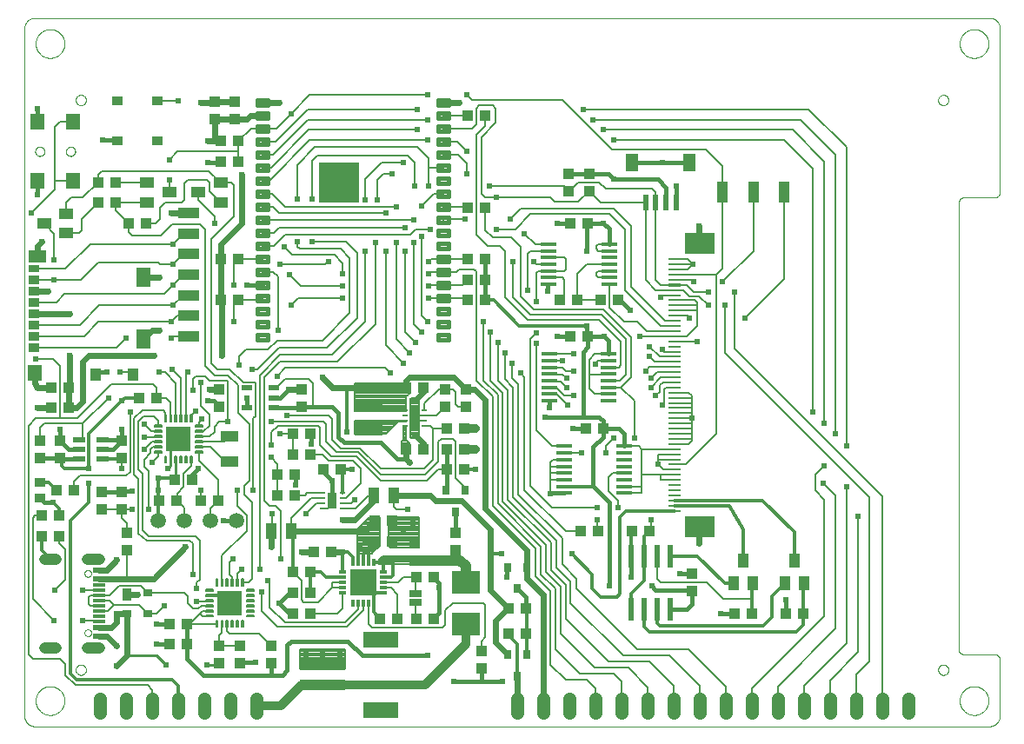
<source format=gtl>
G75*
%MOIN*%
%OFA0B0*%
%FSLAX25Y25*%
%IPPOS*%
%LPD*%
%AMOC8*
5,1,8,0,0,1.08239X$1,22.5*
%
%ADD10C,0.00000*%
%ADD11C,0.01831*%
%ADD12R,0.15748X0.15748*%
%ADD13R,0.03937X0.04331*%
%ADD14R,0.04331X0.03937*%
%ADD15C,0.04362*%
%ADD16R,0.04528X0.02362*%
%ADD17R,0.04528X0.01181*%
%ADD18R,0.07087X0.04606*%
%ADD19R,0.05315X0.06102*%
%ADD20R,0.04331X0.03346*%
%ADD21R,0.04331X0.02953*%
%ADD22R,0.05315X0.07480*%
%ADD23R,0.03937X0.04724*%
%ADD24R,0.05118X0.01102*%
%ADD25R,0.11811X0.07874*%
%ADD26R,0.05118X0.01181*%
%ADD27R,0.03543X0.03150*%
%ADD28R,0.03543X0.04724*%
%ADD29R,0.03937X0.03543*%
%ADD30R,0.11000X0.09000*%
%ADD31R,0.11024X0.03937*%
%ADD32R,0.05512X0.05906*%
%ADD33R,0.03150X0.03543*%
%ADD34R,0.05512X0.03937*%
%ADD35R,0.03937X0.05512*%
%ADD36R,0.04331X0.06299*%
%ADD37C,0.05906*%
%ADD38C,0.00551*%
%ADD39R,0.09449X0.09449*%
%ADD40R,0.05906X0.01772*%
%ADD41R,0.02362X0.08661*%
%ADD42R,0.02953X0.01181*%
%ADD43R,0.01181X0.02953*%
%ADD44R,0.09843X0.09843*%
%ADD45R,0.03543X0.06299*%
%ADD46R,0.01969X0.00984*%
%ADD47R,0.03937X0.02165*%
%ADD48R,0.04724X0.02362*%
%ADD49R,0.05906X0.01575*%
%ADD50R,0.17717X0.03937*%
%ADD51R,0.13386X0.06299*%
%ADD52R,0.07087X0.04331*%
%ADD53C,0.05150*%
%ADD54R,0.03937X0.07874*%
%ADD55R,0.05000X0.02500*%
%ADD56R,0.07874X0.03937*%
%ADD57R,0.04724X0.07087*%
%ADD58R,0.02362X0.06102*%
%ADD59C,0.02400*%
%ADD60C,0.02381*%
%ADD61C,0.00800*%
%ADD62C,0.01000*%
%ADD63C,0.01200*%
%ADD64C,0.01600*%
%ADD65C,0.03200*%
%ADD66C,0.00806*%
%ADD67C,0.04000*%
D10*
X0029238Y0009063D02*
X0029238Y0272843D01*
X0029240Y0272967D01*
X0029246Y0273090D01*
X0029255Y0273214D01*
X0029269Y0273336D01*
X0029286Y0273459D01*
X0029308Y0273581D01*
X0029333Y0273702D01*
X0029362Y0273822D01*
X0029394Y0273941D01*
X0029431Y0274060D01*
X0029471Y0274177D01*
X0029514Y0274292D01*
X0029562Y0274407D01*
X0029613Y0274519D01*
X0029667Y0274630D01*
X0029725Y0274740D01*
X0029786Y0274847D01*
X0029851Y0274953D01*
X0029919Y0275056D01*
X0029990Y0275157D01*
X0030064Y0275256D01*
X0030141Y0275353D01*
X0030222Y0275447D01*
X0030305Y0275538D01*
X0030391Y0275627D01*
X0030480Y0275713D01*
X0030571Y0275796D01*
X0030665Y0275877D01*
X0030762Y0275954D01*
X0030861Y0276028D01*
X0030962Y0276099D01*
X0031065Y0276167D01*
X0031171Y0276232D01*
X0031278Y0276293D01*
X0031388Y0276351D01*
X0031499Y0276405D01*
X0031611Y0276456D01*
X0031726Y0276504D01*
X0031841Y0276547D01*
X0031958Y0276587D01*
X0032077Y0276624D01*
X0032196Y0276656D01*
X0032316Y0276685D01*
X0032437Y0276710D01*
X0032559Y0276732D01*
X0032682Y0276749D01*
X0032804Y0276763D01*
X0032928Y0276772D01*
X0033051Y0276778D01*
X0033175Y0276780D01*
X0399317Y0276780D01*
X0399441Y0276778D01*
X0399564Y0276772D01*
X0399688Y0276763D01*
X0399810Y0276749D01*
X0399933Y0276732D01*
X0400055Y0276710D01*
X0400176Y0276685D01*
X0400296Y0276656D01*
X0400415Y0276624D01*
X0400534Y0276587D01*
X0400651Y0276547D01*
X0400766Y0276504D01*
X0400881Y0276456D01*
X0400993Y0276405D01*
X0401104Y0276351D01*
X0401214Y0276293D01*
X0401321Y0276232D01*
X0401427Y0276167D01*
X0401530Y0276099D01*
X0401631Y0276028D01*
X0401730Y0275954D01*
X0401827Y0275877D01*
X0401921Y0275796D01*
X0402012Y0275713D01*
X0402101Y0275627D01*
X0402187Y0275538D01*
X0402270Y0275447D01*
X0402351Y0275353D01*
X0402428Y0275256D01*
X0402502Y0275157D01*
X0402573Y0275056D01*
X0402641Y0274953D01*
X0402706Y0274847D01*
X0402767Y0274740D01*
X0402825Y0274630D01*
X0402879Y0274519D01*
X0402930Y0274407D01*
X0402978Y0274292D01*
X0403021Y0274177D01*
X0403061Y0274060D01*
X0403098Y0273941D01*
X0403130Y0273822D01*
X0403159Y0273702D01*
X0403184Y0273581D01*
X0403206Y0273459D01*
X0403223Y0273336D01*
X0403237Y0273214D01*
X0403246Y0273090D01*
X0403252Y0272967D01*
X0403254Y0272843D01*
X0403254Y0209850D01*
X0403255Y0209850D02*
X0403253Y0209764D01*
X0403248Y0209678D01*
X0403238Y0209593D01*
X0403225Y0209508D01*
X0403208Y0209424D01*
X0403188Y0209340D01*
X0403164Y0209258D01*
X0403136Y0209177D01*
X0403105Y0209096D01*
X0403071Y0209018D01*
X0403033Y0208941D01*
X0402991Y0208866D01*
X0402947Y0208792D01*
X0402899Y0208721D01*
X0402848Y0208651D01*
X0402794Y0208584D01*
X0402738Y0208520D01*
X0402678Y0208458D01*
X0402616Y0208398D01*
X0402552Y0208342D01*
X0402485Y0208288D01*
X0402415Y0208237D01*
X0402344Y0208189D01*
X0402271Y0208145D01*
X0402195Y0208103D01*
X0402118Y0208065D01*
X0402040Y0208031D01*
X0401959Y0208000D01*
X0401878Y0207972D01*
X0401796Y0207948D01*
X0401712Y0207928D01*
X0401628Y0207911D01*
X0401543Y0207898D01*
X0401458Y0207888D01*
X0401372Y0207883D01*
X0401286Y0207881D01*
X0401286Y0207882D02*
X0389474Y0207882D01*
X0389388Y0207880D01*
X0389302Y0207875D01*
X0389217Y0207865D01*
X0389132Y0207852D01*
X0389048Y0207835D01*
X0388964Y0207815D01*
X0388882Y0207791D01*
X0388801Y0207763D01*
X0388720Y0207732D01*
X0388642Y0207698D01*
X0388565Y0207660D01*
X0388490Y0207618D01*
X0388416Y0207574D01*
X0388345Y0207526D01*
X0388275Y0207475D01*
X0388208Y0207421D01*
X0388144Y0207365D01*
X0388082Y0207305D01*
X0388022Y0207243D01*
X0387966Y0207179D01*
X0387912Y0207112D01*
X0387861Y0207042D01*
X0387813Y0206971D01*
X0387769Y0206898D01*
X0387727Y0206822D01*
X0387689Y0206745D01*
X0387655Y0206667D01*
X0387624Y0206586D01*
X0387596Y0206505D01*
X0387572Y0206423D01*
X0387552Y0206339D01*
X0387535Y0206255D01*
X0387522Y0206170D01*
X0387512Y0206085D01*
X0387507Y0205999D01*
X0387505Y0205913D01*
X0387506Y0205913D02*
X0387506Y0034654D01*
X0387505Y0034654D02*
X0387507Y0034568D01*
X0387512Y0034482D01*
X0387522Y0034397D01*
X0387535Y0034312D01*
X0387552Y0034228D01*
X0387572Y0034144D01*
X0387596Y0034062D01*
X0387624Y0033981D01*
X0387655Y0033900D01*
X0387689Y0033822D01*
X0387727Y0033745D01*
X0387769Y0033670D01*
X0387813Y0033596D01*
X0387861Y0033525D01*
X0387912Y0033455D01*
X0387966Y0033388D01*
X0388022Y0033324D01*
X0388082Y0033262D01*
X0388144Y0033202D01*
X0388208Y0033146D01*
X0388275Y0033092D01*
X0388345Y0033041D01*
X0388416Y0032993D01*
X0388490Y0032949D01*
X0388565Y0032907D01*
X0388642Y0032869D01*
X0388720Y0032835D01*
X0388801Y0032804D01*
X0388882Y0032776D01*
X0388964Y0032752D01*
X0389048Y0032732D01*
X0389132Y0032715D01*
X0389217Y0032702D01*
X0389302Y0032692D01*
X0389388Y0032687D01*
X0389474Y0032685D01*
X0401286Y0032685D01*
X0401286Y0032686D02*
X0401372Y0032684D01*
X0401458Y0032679D01*
X0401543Y0032669D01*
X0401628Y0032656D01*
X0401712Y0032639D01*
X0401796Y0032619D01*
X0401878Y0032595D01*
X0401959Y0032567D01*
X0402040Y0032536D01*
X0402118Y0032502D01*
X0402195Y0032464D01*
X0402271Y0032422D01*
X0402344Y0032378D01*
X0402415Y0032330D01*
X0402485Y0032279D01*
X0402552Y0032225D01*
X0402616Y0032169D01*
X0402678Y0032109D01*
X0402738Y0032047D01*
X0402794Y0031983D01*
X0402848Y0031916D01*
X0402899Y0031846D01*
X0402947Y0031775D01*
X0402991Y0031702D01*
X0403033Y0031626D01*
X0403071Y0031549D01*
X0403105Y0031471D01*
X0403136Y0031390D01*
X0403164Y0031309D01*
X0403188Y0031227D01*
X0403208Y0031143D01*
X0403225Y0031059D01*
X0403238Y0030974D01*
X0403248Y0030889D01*
X0403253Y0030803D01*
X0403255Y0030717D01*
X0403254Y0030717D02*
X0403254Y0009063D01*
X0403252Y0008939D01*
X0403246Y0008816D01*
X0403237Y0008692D01*
X0403223Y0008570D01*
X0403206Y0008447D01*
X0403184Y0008325D01*
X0403159Y0008204D01*
X0403130Y0008084D01*
X0403098Y0007965D01*
X0403061Y0007846D01*
X0403021Y0007729D01*
X0402978Y0007614D01*
X0402930Y0007499D01*
X0402879Y0007387D01*
X0402825Y0007276D01*
X0402767Y0007166D01*
X0402706Y0007059D01*
X0402641Y0006953D01*
X0402573Y0006850D01*
X0402502Y0006749D01*
X0402428Y0006650D01*
X0402351Y0006553D01*
X0402270Y0006459D01*
X0402187Y0006368D01*
X0402101Y0006279D01*
X0402012Y0006193D01*
X0401921Y0006110D01*
X0401827Y0006029D01*
X0401730Y0005952D01*
X0401631Y0005878D01*
X0401530Y0005807D01*
X0401427Y0005739D01*
X0401321Y0005674D01*
X0401214Y0005613D01*
X0401104Y0005555D01*
X0400993Y0005501D01*
X0400881Y0005450D01*
X0400766Y0005402D01*
X0400651Y0005359D01*
X0400534Y0005319D01*
X0400415Y0005282D01*
X0400296Y0005250D01*
X0400176Y0005221D01*
X0400055Y0005196D01*
X0399933Y0005174D01*
X0399810Y0005157D01*
X0399688Y0005143D01*
X0399564Y0005134D01*
X0399441Y0005128D01*
X0399317Y0005126D01*
X0033175Y0005126D01*
X0033051Y0005128D01*
X0032928Y0005134D01*
X0032804Y0005143D01*
X0032682Y0005157D01*
X0032559Y0005174D01*
X0032437Y0005196D01*
X0032316Y0005221D01*
X0032196Y0005250D01*
X0032077Y0005282D01*
X0031958Y0005319D01*
X0031841Y0005359D01*
X0031726Y0005402D01*
X0031611Y0005450D01*
X0031499Y0005501D01*
X0031388Y0005555D01*
X0031278Y0005613D01*
X0031171Y0005674D01*
X0031065Y0005739D01*
X0030962Y0005807D01*
X0030861Y0005878D01*
X0030762Y0005952D01*
X0030665Y0006029D01*
X0030571Y0006110D01*
X0030480Y0006193D01*
X0030391Y0006279D01*
X0030305Y0006368D01*
X0030222Y0006459D01*
X0030141Y0006553D01*
X0030064Y0006650D01*
X0029990Y0006749D01*
X0029919Y0006850D01*
X0029851Y0006953D01*
X0029786Y0007059D01*
X0029725Y0007166D01*
X0029667Y0007276D01*
X0029613Y0007387D01*
X0029562Y0007499D01*
X0029514Y0007614D01*
X0029471Y0007729D01*
X0029431Y0007846D01*
X0029394Y0007965D01*
X0029362Y0008084D01*
X0029333Y0008204D01*
X0029308Y0008325D01*
X0029286Y0008447D01*
X0029269Y0008570D01*
X0029255Y0008692D01*
X0029246Y0008816D01*
X0029240Y0008939D01*
X0029238Y0009063D01*
X0033569Y0014969D02*
X0033571Y0015117D01*
X0033577Y0015265D01*
X0033587Y0015413D01*
X0033601Y0015560D01*
X0033619Y0015707D01*
X0033640Y0015853D01*
X0033666Y0015999D01*
X0033696Y0016144D01*
X0033729Y0016288D01*
X0033767Y0016431D01*
X0033808Y0016573D01*
X0033853Y0016714D01*
X0033901Y0016854D01*
X0033954Y0016993D01*
X0034010Y0017130D01*
X0034070Y0017265D01*
X0034133Y0017399D01*
X0034200Y0017531D01*
X0034271Y0017661D01*
X0034345Y0017789D01*
X0034422Y0017915D01*
X0034503Y0018039D01*
X0034587Y0018161D01*
X0034674Y0018280D01*
X0034765Y0018397D01*
X0034859Y0018512D01*
X0034955Y0018624D01*
X0035055Y0018734D01*
X0035157Y0018840D01*
X0035263Y0018944D01*
X0035371Y0019045D01*
X0035482Y0019143D01*
X0035595Y0019239D01*
X0035711Y0019331D01*
X0035829Y0019420D01*
X0035950Y0019505D01*
X0036073Y0019588D01*
X0036198Y0019667D01*
X0036325Y0019743D01*
X0036454Y0019815D01*
X0036585Y0019884D01*
X0036718Y0019949D01*
X0036853Y0020010D01*
X0036989Y0020068D01*
X0037126Y0020123D01*
X0037265Y0020173D01*
X0037406Y0020220D01*
X0037547Y0020263D01*
X0037690Y0020303D01*
X0037834Y0020338D01*
X0037978Y0020370D01*
X0038124Y0020397D01*
X0038270Y0020421D01*
X0038417Y0020441D01*
X0038564Y0020457D01*
X0038711Y0020469D01*
X0038859Y0020477D01*
X0039007Y0020481D01*
X0039155Y0020481D01*
X0039303Y0020477D01*
X0039451Y0020469D01*
X0039598Y0020457D01*
X0039745Y0020441D01*
X0039892Y0020421D01*
X0040038Y0020397D01*
X0040184Y0020370D01*
X0040328Y0020338D01*
X0040472Y0020303D01*
X0040615Y0020263D01*
X0040756Y0020220D01*
X0040897Y0020173D01*
X0041036Y0020123D01*
X0041173Y0020068D01*
X0041309Y0020010D01*
X0041444Y0019949D01*
X0041577Y0019884D01*
X0041708Y0019815D01*
X0041837Y0019743D01*
X0041964Y0019667D01*
X0042089Y0019588D01*
X0042212Y0019505D01*
X0042333Y0019420D01*
X0042451Y0019331D01*
X0042567Y0019239D01*
X0042680Y0019143D01*
X0042791Y0019045D01*
X0042899Y0018944D01*
X0043005Y0018840D01*
X0043107Y0018734D01*
X0043207Y0018624D01*
X0043303Y0018512D01*
X0043397Y0018397D01*
X0043488Y0018280D01*
X0043575Y0018161D01*
X0043659Y0018039D01*
X0043740Y0017915D01*
X0043817Y0017789D01*
X0043891Y0017661D01*
X0043962Y0017531D01*
X0044029Y0017399D01*
X0044092Y0017265D01*
X0044152Y0017130D01*
X0044208Y0016993D01*
X0044261Y0016854D01*
X0044309Y0016714D01*
X0044354Y0016573D01*
X0044395Y0016431D01*
X0044433Y0016288D01*
X0044466Y0016144D01*
X0044496Y0015999D01*
X0044522Y0015853D01*
X0044543Y0015707D01*
X0044561Y0015560D01*
X0044575Y0015413D01*
X0044585Y0015265D01*
X0044591Y0015117D01*
X0044593Y0014969D01*
X0044591Y0014821D01*
X0044585Y0014673D01*
X0044575Y0014525D01*
X0044561Y0014378D01*
X0044543Y0014231D01*
X0044522Y0014085D01*
X0044496Y0013939D01*
X0044466Y0013794D01*
X0044433Y0013650D01*
X0044395Y0013507D01*
X0044354Y0013365D01*
X0044309Y0013224D01*
X0044261Y0013084D01*
X0044208Y0012945D01*
X0044152Y0012808D01*
X0044092Y0012673D01*
X0044029Y0012539D01*
X0043962Y0012407D01*
X0043891Y0012277D01*
X0043817Y0012149D01*
X0043740Y0012023D01*
X0043659Y0011899D01*
X0043575Y0011777D01*
X0043488Y0011658D01*
X0043397Y0011541D01*
X0043303Y0011426D01*
X0043207Y0011314D01*
X0043107Y0011204D01*
X0043005Y0011098D01*
X0042899Y0010994D01*
X0042791Y0010893D01*
X0042680Y0010795D01*
X0042567Y0010699D01*
X0042451Y0010607D01*
X0042333Y0010518D01*
X0042212Y0010433D01*
X0042089Y0010350D01*
X0041964Y0010271D01*
X0041837Y0010195D01*
X0041708Y0010123D01*
X0041577Y0010054D01*
X0041444Y0009989D01*
X0041309Y0009928D01*
X0041173Y0009870D01*
X0041036Y0009815D01*
X0040897Y0009765D01*
X0040756Y0009718D01*
X0040615Y0009675D01*
X0040472Y0009635D01*
X0040328Y0009600D01*
X0040184Y0009568D01*
X0040038Y0009541D01*
X0039892Y0009517D01*
X0039745Y0009497D01*
X0039598Y0009481D01*
X0039451Y0009469D01*
X0039303Y0009461D01*
X0039155Y0009457D01*
X0039007Y0009457D01*
X0038859Y0009461D01*
X0038711Y0009469D01*
X0038564Y0009481D01*
X0038417Y0009497D01*
X0038270Y0009517D01*
X0038124Y0009541D01*
X0037978Y0009568D01*
X0037834Y0009600D01*
X0037690Y0009635D01*
X0037547Y0009675D01*
X0037406Y0009718D01*
X0037265Y0009765D01*
X0037126Y0009815D01*
X0036989Y0009870D01*
X0036853Y0009928D01*
X0036718Y0009989D01*
X0036585Y0010054D01*
X0036454Y0010123D01*
X0036325Y0010195D01*
X0036198Y0010271D01*
X0036073Y0010350D01*
X0035950Y0010433D01*
X0035829Y0010518D01*
X0035711Y0010607D01*
X0035595Y0010699D01*
X0035482Y0010795D01*
X0035371Y0010893D01*
X0035263Y0010994D01*
X0035157Y0011098D01*
X0035055Y0011204D01*
X0034955Y0011314D01*
X0034859Y0011426D01*
X0034765Y0011541D01*
X0034674Y0011658D01*
X0034587Y0011777D01*
X0034503Y0011899D01*
X0034422Y0012023D01*
X0034345Y0012149D01*
X0034271Y0012277D01*
X0034200Y0012407D01*
X0034133Y0012539D01*
X0034070Y0012673D01*
X0034010Y0012808D01*
X0033954Y0012945D01*
X0033901Y0013084D01*
X0033853Y0013224D01*
X0033808Y0013365D01*
X0033767Y0013507D01*
X0033729Y0013650D01*
X0033696Y0013794D01*
X0033666Y0013939D01*
X0033640Y0014085D01*
X0033619Y0014231D01*
X0033601Y0014378D01*
X0033587Y0014525D01*
X0033577Y0014673D01*
X0033571Y0014821D01*
X0033569Y0014969D01*
X0048923Y0026780D02*
X0048925Y0026868D01*
X0048931Y0026956D01*
X0048941Y0027044D01*
X0048955Y0027132D01*
X0048972Y0027218D01*
X0048994Y0027304D01*
X0049019Y0027388D01*
X0049049Y0027472D01*
X0049081Y0027554D01*
X0049118Y0027634D01*
X0049158Y0027713D01*
X0049202Y0027790D01*
X0049249Y0027865D01*
X0049299Y0027937D01*
X0049353Y0028008D01*
X0049409Y0028075D01*
X0049469Y0028141D01*
X0049531Y0028203D01*
X0049597Y0028263D01*
X0049664Y0028319D01*
X0049735Y0028373D01*
X0049807Y0028423D01*
X0049882Y0028470D01*
X0049959Y0028514D01*
X0050038Y0028554D01*
X0050118Y0028591D01*
X0050200Y0028623D01*
X0050284Y0028653D01*
X0050368Y0028678D01*
X0050454Y0028700D01*
X0050540Y0028717D01*
X0050628Y0028731D01*
X0050716Y0028741D01*
X0050804Y0028747D01*
X0050892Y0028749D01*
X0050980Y0028747D01*
X0051068Y0028741D01*
X0051156Y0028731D01*
X0051244Y0028717D01*
X0051330Y0028700D01*
X0051416Y0028678D01*
X0051500Y0028653D01*
X0051584Y0028623D01*
X0051666Y0028591D01*
X0051746Y0028554D01*
X0051825Y0028514D01*
X0051902Y0028470D01*
X0051977Y0028423D01*
X0052049Y0028373D01*
X0052120Y0028319D01*
X0052187Y0028263D01*
X0052253Y0028203D01*
X0052315Y0028141D01*
X0052375Y0028075D01*
X0052431Y0028008D01*
X0052485Y0027937D01*
X0052535Y0027865D01*
X0052582Y0027790D01*
X0052626Y0027713D01*
X0052666Y0027634D01*
X0052703Y0027554D01*
X0052735Y0027472D01*
X0052765Y0027388D01*
X0052790Y0027304D01*
X0052812Y0027218D01*
X0052829Y0027132D01*
X0052843Y0027044D01*
X0052853Y0026956D01*
X0052859Y0026868D01*
X0052861Y0026780D01*
X0052859Y0026692D01*
X0052853Y0026604D01*
X0052843Y0026516D01*
X0052829Y0026428D01*
X0052812Y0026342D01*
X0052790Y0026256D01*
X0052765Y0026172D01*
X0052735Y0026088D01*
X0052703Y0026006D01*
X0052666Y0025926D01*
X0052626Y0025847D01*
X0052582Y0025770D01*
X0052535Y0025695D01*
X0052485Y0025623D01*
X0052431Y0025552D01*
X0052375Y0025485D01*
X0052315Y0025419D01*
X0052253Y0025357D01*
X0052187Y0025297D01*
X0052120Y0025241D01*
X0052049Y0025187D01*
X0051977Y0025137D01*
X0051902Y0025090D01*
X0051825Y0025046D01*
X0051746Y0025006D01*
X0051666Y0024969D01*
X0051584Y0024937D01*
X0051500Y0024907D01*
X0051416Y0024882D01*
X0051330Y0024860D01*
X0051244Y0024843D01*
X0051156Y0024829D01*
X0051068Y0024819D01*
X0050980Y0024813D01*
X0050892Y0024811D01*
X0050804Y0024813D01*
X0050716Y0024819D01*
X0050628Y0024829D01*
X0050540Y0024843D01*
X0050454Y0024860D01*
X0050368Y0024882D01*
X0050284Y0024907D01*
X0050200Y0024937D01*
X0050118Y0024969D01*
X0050038Y0025006D01*
X0049959Y0025046D01*
X0049882Y0025090D01*
X0049807Y0025137D01*
X0049735Y0025187D01*
X0049664Y0025241D01*
X0049597Y0025297D01*
X0049531Y0025357D01*
X0049469Y0025419D01*
X0049409Y0025485D01*
X0049353Y0025552D01*
X0049299Y0025623D01*
X0049249Y0025695D01*
X0049202Y0025770D01*
X0049158Y0025847D01*
X0049118Y0025926D01*
X0049081Y0026006D01*
X0049049Y0026088D01*
X0049019Y0026172D01*
X0048994Y0026256D01*
X0048972Y0026342D01*
X0048955Y0026428D01*
X0048941Y0026516D01*
X0048931Y0026604D01*
X0048925Y0026692D01*
X0048923Y0026780D01*
X0052289Y0040992D02*
X0052291Y0041063D01*
X0052297Y0041134D01*
X0052307Y0041205D01*
X0052321Y0041274D01*
X0052338Y0041343D01*
X0052360Y0041411D01*
X0052385Y0041478D01*
X0052414Y0041543D01*
X0052446Y0041606D01*
X0052482Y0041668D01*
X0052521Y0041727D01*
X0052564Y0041784D01*
X0052609Y0041839D01*
X0052658Y0041891D01*
X0052709Y0041940D01*
X0052763Y0041986D01*
X0052820Y0042030D01*
X0052878Y0042070D01*
X0052939Y0042106D01*
X0053002Y0042140D01*
X0053067Y0042169D01*
X0053133Y0042195D01*
X0053201Y0042218D01*
X0053269Y0042236D01*
X0053339Y0042251D01*
X0053409Y0042262D01*
X0053480Y0042269D01*
X0053551Y0042272D01*
X0053622Y0042271D01*
X0053693Y0042266D01*
X0053764Y0042257D01*
X0053834Y0042244D01*
X0053903Y0042228D01*
X0053971Y0042207D01*
X0054038Y0042183D01*
X0054104Y0042155D01*
X0054167Y0042123D01*
X0054229Y0042088D01*
X0054289Y0042050D01*
X0054347Y0042008D01*
X0054402Y0041964D01*
X0054455Y0041916D01*
X0054505Y0041865D01*
X0054552Y0041812D01*
X0054596Y0041756D01*
X0054637Y0041698D01*
X0054675Y0041637D01*
X0054709Y0041575D01*
X0054739Y0041510D01*
X0054766Y0041445D01*
X0054790Y0041377D01*
X0054809Y0041309D01*
X0054825Y0041240D01*
X0054837Y0041169D01*
X0054845Y0041099D01*
X0054849Y0041028D01*
X0054849Y0040956D01*
X0054845Y0040885D01*
X0054837Y0040815D01*
X0054825Y0040744D01*
X0054809Y0040675D01*
X0054790Y0040607D01*
X0054766Y0040539D01*
X0054739Y0040474D01*
X0054709Y0040409D01*
X0054675Y0040347D01*
X0054637Y0040286D01*
X0054596Y0040228D01*
X0054552Y0040172D01*
X0054505Y0040119D01*
X0054455Y0040068D01*
X0054402Y0040020D01*
X0054347Y0039976D01*
X0054289Y0039934D01*
X0054229Y0039896D01*
X0054167Y0039861D01*
X0054104Y0039829D01*
X0054038Y0039801D01*
X0053971Y0039777D01*
X0053903Y0039756D01*
X0053834Y0039740D01*
X0053764Y0039727D01*
X0053693Y0039718D01*
X0053622Y0039713D01*
X0053551Y0039712D01*
X0053480Y0039715D01*
X0053409Y0039722D01*
X0053339Y0039733D01*
X0053269Y0039748D01*
X0053201Y0039766D01*
X0053133Y0039789D01*
X0053067Y0039815D01*
X0053002Y0039844D01*
X0052939Y0039878D01*
X0052878Y0039914D01*
X0052820Y0039954D01*
X0052763Y0039998D01*
X0052709Y0040044D01*
X0052658Y0040093D01*
X0052609Y0040145D01*
X0052564Y0040200D01*
X0052521Y0040257D01*
X0052482Y0040316D01*
X0052446Y0040378D01*
X0052414Y0040441D01*
X0052385Y0040506D01*
X0052360Y0040573D01*
X0052338Y0040641D01*
X0052321Y0040710D01*
X0052307Y0040779D01*
X0052297Y0040850D01*
X0052291Y0040921D01*
X0052289Y0040992D01*
X0052289Y0063748D02*
X0052291Y0063819D01*
X0052297Y0063890D01*
X0052307Y0063961D01*
X0052321Y0064030D01*
X0052338Y0064099D01*
X0052360Y0064167D01*
X0052385Y0064234D01*
X0052414Y0064299D01*
X0052446Y0064362D01*
X0052482Y0064424D01*
X0052521Y0064483D01*
X0052564Y0064540D01*
X0052609Y0064595D01*
X0052658Y0064647D01*
X0052709Y0064696D01*
X0052763Y0064742D01*
X0052820Y0064786D01*
X0052878Y0064826D01*
X0052939Y0064862D01*
X0053002Y0064896D01*
X0053067Y0064925D01*
X0053133Y0064951D01*
X0053201Y0064974D01*
X0053269Y0064992D01*
X0053339Y0065007D01*
X0053409Y0065018D01*
X0053480Y0065025D01*
X0053551Y0065028D01*
X0053622Y0065027D01*
X0053693Y0065022D01*
X0053764Y0065013D01*
X0053834Y0065000D01*
X0053903Y0064984D01*
X0053971Y0064963D01*
X0054038Y0064939D01*
X0054104Y0064911D01*
X0054167Y0064879D01*
X0054229Y0064844D01*
X0054289Y0064806D01*
X0054347Y0064764D01*
X0054402Y0064720D01*
X0054455Y0064672D01*
X0054505Y0064621D01*
X0054552Y0064568D01*
X0054596Y0064512D01*
X0054637Y0064454D01*
X0054675Y0064393D01*
X0054709Y0064331D01*
X0054739Y0064266D01*
X0054766Y0064201D01*
X0054790Y0064133D01*
X0054809Y0064065D01*
X0054825Y0063996D01*
X0054837Y0063925D01*
X0054845Y0063855D01*
X0054849Y0063784D01*
X0054849Y0063712D01*
X0054845Y0063641D01*
X0054837Y0063571D01*
X0054825Y0063500D01*
X0054809Y0063431D01*
X0054790Y0063363D01*
X0054766Y0063295D01*
X0054739Y0063230D01*
X0054709Y0063165D01*
X0054675Y0063103D01*
X0054637Y0063042D01*
X0054596Y0062984D01*
X0054552Y0062928D01*
X0054505Y0062875D01*
X0054455Y0062824D01*
X0054402Y0062776D01*
X0054347Y0062732D01*
X0054289Y0062690D01*
X0054229Y0062652D01*
X0054167Y0062617D01*
X0054104Y0062585D01*
X0054038Y0062557D01*
X0053971Y0062533D01*
X0053903Y0062512D01*
X0053834Y0062496D01*
X0053764Y0062483D01*
X0053693Y0062474D01*
X0053622Y0062469D01*
X0053551Y0062468D01*
X0053480Y0062471D01*
X0053409Y0062478D01*
X0053339Y0062489D01*
X0053269Y0062504D01*
X0053201Y0062522D01*
X0053133Y0062545D01*
X0053067Y0062571D01*
X0053002Y0062600D01*
X0052939Y0062634D01*
X0052878Y0062670D01*
X0052820Y0062710D01*
X0052763Y0062754D01*
X0052709Y0062800D01*
X0052658Y0062849D01*
X0052609Y0062901D01*
X0052564Y0062956D01*
X0052521Y0063013D01*
X0052482Y0063072D01*
X0052446Y0063134D01*
X0052414Y0063197D01*
X0052385Y0063262D01*
X0052360Y0063329D01*
X0052338Y0063397D01*
X0052321Y0063466D01*
X0052307Y0063535D01*
X0052297Y0063606D01*
X0052291Y0063677D01*
X0052289Y0063748D01*
X0045183Y0225598D02*
X0045185Y0225682D01*
X0045191Y0225765D01*
X0045201Y0225848D01*
X0045215Y0225931D01*
X0045232Y0226013D01*
X0045254Y0226094D01*
X0045279Y0226173D01*
X0045308Y0226252D01*
X0045341Y0226329D01*
X0045377Y0226404D01*
X0045417Y0226478D01*
X0045460Y0226550D01*
X0045507Y0226619D01*
X0045557Y0226686D01*
X0045610Y0226751D01*
X0045666Y0226813D01*
X0045724Y0226873D01*
X0045786Y0226930D01*
X0045850Y0226983D01*
X0045917Y0227034D01*
X0045986Y0227081D01*
X0046057Y0227126D01*
X0046130Y0227166D01*
X0046205Y0227203D01*
X0046282Y0227237D01*
X0046360Y0227267D01*
X0046439Y0227293D01*
X0046520Y0227316D01*
X0046602Y0227334D01*
X0046684Y0227349D01*
X0046767Y0227360D01*
X0046850Y0227367D01*
X0046934Y0227370D01*
X0047018Y0227369D01*
X0047101Y0227364D01*
X0047185Y0227355D01*
X0047267Y0227342D01*
X0047349Y0227326D01*
X0047430Y0227305D01*
X0047511Y0227281D01*
X0047589Y0227253D01*
X0047667Y0227221D01*
X0047743Y0227185D01*
X0047817Y0227146D01*
X0047889Y0227104D01*
X0047959Y0227058D01*
X0048027Y0227009D01*
X0048092Y0226957D01*
X0048155Y0226902D01*
X0048215Y0226844D01*
X0048273Y0226783D01*
X0048327Y0226719D01*
X0048379Y0226653D01*
X0048427Y0226585D01*
X0048472Y0226514D01*
X0048513Y0226441D01*
X0048552Y0226367D01*
X0048586Y0226291D01*
X0048617Y0226213D01*
X0048644Y0226134D01*
X0048668Y0226053D01*
X0048687Y0225972D01*
X0048703Y0225890D01*
X0048715Y0225807D01*
X0048723Y0225723D01*
X0048727Y0225640D01*
X0048727Y0225556D01*
X0048723Y0225473D01*
X0048715Y0225389D01*
X0048703Y0225306D01*
X0048687Y0225224D01*
X0048668Y0225143D01*
X0048644Y0225062D01*
X0048617Y0224983D01*
X0048586Y0224905D01*
X0048552Y0224829D01*
X0048513Y0224755D01*
X0048472Y0224682D01*
X0048427Y0224611D01*
X0048379Y0224543D01*
X0048327Y0224477D01*
X0048273Y0224413D01*
X0048215Y0224352D01*
X0048155Y0224294D01*
X0048092Y0224239D01*
X0048027Y0224187D01*
X0047959Y0224138D01*
X0047889Y0224092D01*
X0047817Y0224050D01*
X0047743Y0224011D01*
X0047667Y0223975D01*
X0047589Y0223943D01*
X0047511Y0223915D01*
X0047430Y0223891D01*
X0047349Y0223870D01*
X0047267Y0223854D01*
X0047185Y0223841D01*
X0047101Y0223832D01*
X0047018Y0223827D01*
X0046934Y0223826D01*
X0046850Y0223829D01*
X0046767Y0223836D01*
X0046684Y0223847D01*
X0046602Y0223862D01*
X0046520Y0223880D01*
X0046439Y0223903D01*
X0046360Y0223929D01*
X0046282Y0223959D01*
X0046205Y0223993D01*
X0046130Y0224030D01*
X0046057Y0224070D01*
X0045986Y0224115D01*
X0045917Y0224162D01*
X0045850Y0224213D01*
X0045786Y0224266D01*
X0045724Y0224323D01*
X0045666Y0224383D01*
X0045610Y0224445D01*
X0045557Y0224510D01*
X0045507Y0224577D01*
X0045460Y0224646D01*
X0045417Y0224718D01*
X0045377Y0224792D01*
X0045341Y0224867D01*
X0045308Y0224944D01*
X0045279Y0225023D01*
X0045254Y0225102D01*
X0045232Y0225183D01*
X0045215Y0225265D01*
X0045201Y0225348D01*
X0045191Y0225431D01*
X0045185Y0225514D01*
X0045183Y0225598D01*
X0033372Y0225598D02*
X0033374Y0225682D01*
X0033380Y0225765D01*
X0033390Y0225848D01*
X0033404Y0225931D01*
X0033421Y0226013D01*
X0033443Y0226094D01*
X0033468Y0226173D01*
X0033497Y0226252D01*
X0033530Y0226329D01*
X0033566Y0226404D01*
X0033606Y0226478D01*
X0033649Y0226550D01*
X0033696Y0226619D01*
X0033746Y0226686D01*
X0033799Y0226751D01*
X0033855Y0226813D01*
X0033913Y0226873D01*
X0033975Y0226930D01*
X0034039Y0226983D01*
X0034106Y0227034D01*
X0034175Y0227081D01*
X0034246Y0227126D01*
X0034319Y0227166D01*
X0034394Y0227203D01*
X0034471Y0227237D01*
X0034549Y0227267D01*
X0034628Y0227293D01*
X0034709Y0227316D01*
X0034791Y0227334D01*
X0034873Y0227349D01*
X0034956Y0227360D01*
X0035039Y0227367D01*
X0035123Y0227370D01*
X0035207Y0227369D01*
X0035290Y0227364D01*
X0035374Y0227355D01*
X0035456Y0227342D01*
X0035538Y0227326D01*
X0035619Y0227305D01*
X0035700Y0227281D01*
X0035778Y0227253D01*
X0035856Y0227221D01*
X0035932Y0227185D01*
X0036006Y0227146D01*
X0036078Y0227104D01*
X0036148Y0227058D01*
X0036216Y0227009D01*
X0036281Y0226957D01*
X0036344Y0226902D01*
X0036404Y0226844D01*
X0036462Y0226783D01*
X0036516Y0226719D01*
X0036568Y0226653D01*
X0036616Y0226585D01*
X0036661Y0226514D01*
X0036702Y0226441D01*
X0036741Y0226367D01*
X0036775Y0226291D01*
X0036806Y0226213D01*
X0036833Y0226134D01*
X0036857Y0226053D01*
X0036876Y0225972D01*
X0036892Y0225890D01*
X0036904Y0225807D01*
X0036912Y0225723D01*
X0036916Y0225640D01*
X0036916Y0225556D01*
X0036912Y0225473D01*
X0036904Y0225389D01*
X0036892Y0225306D01*
X0036876Y0225224D01*
X0036857Y0225143D01*
X0036833Y0225062D01*
X0036806Y0224983D01*
X0036775Y0224905D01*
X0036741Y0224829D01*
X0036702Y0224755D01*
X0036661Y0224682D01*
X0036616Y0224611D01*
X0036568Y0224543D01*
X0036516Y0224477D01*
X0036462Y0224413D01*
X0036404Y0224352D01*
X0036344Y0224294D01*
X0036281Y0224239D01*
X0036216Y0224187D01*
X0036148Y0224138D01*
X0036078Y0224092D01*
X0036006Y0224050D01*
X0035932Y0224011D01*
X0035856Y0223975D01*
X0035778Y0223943D01*
X0035700Y0223915D01*
X0035619Y0223891D01*
X0035538Y0223870D01*
X0035456Y0223854D01*
X0035374Y0223841D01*
X0035290Y0223832D01*
X0035207Y0223827D01*
X0035123Y0223826D01*
X0035039Y0223829D01*
X0034956Y0223836D01*
X0034873Y0223847D01*
X0034791Y0223862D01*
X0034709Y0223880D01*
X0034628Y0223903D01*
X0034549Y0223929D01*
X0034471Y0223959D01*
X0034394Y0223993D01*
X0034319Y0224030D01*
X0034246Y0224070D01*
X0034175Y0224115D01*
X0034106Y0224162D01*
X0034039Y0224213D01*
X0033975Y0224266D01*
X0033913Y0224323D01*
X0033855Y0224383D01*
X0033799Y0224445D01*
X0033746Y0224510D01*
X0033696Y0224577D01*
X0033649Y0224646D01*
X0033606Y0224718D01*
X0033566Y0224792D01*
X0033530Y0224867D01*
X0033497Y0224944D01*
X0033468Y0225023D01*
X0033443Y0225102D01*
X0033421Y0225183D01*
X0033404Y0225265D01*
X0033390Y0225348D01*
X0033380Y0225431D01*
X0033374Y0225514D01*
X0033372Y0225598D01*
X0048923Y0245283D02*
X0048925Y0245371D01*
X0048931Y0245459D01*
X0048941Y0245547D01*
X0048955Y0245635D01*
X0048972Y0245721D01*
X0048994Y0245807D01*
X0049019Y0245891D01*
X0049049Y0245975D01*
X0049081Y0246057D01*
X0049118Y0246137D01*
X0049158Y0246216D01*
X0049202Y0246293D01*
X0049249Y0246368D01*
X0049299Y0246440D01*
X0049353Y0246511D01*
X0049409Y0246578D01*
X0049469Y0246644D01*
X0049531Y0246706D01*
X0049597Y0246766D01*
X0049664Y0246822D01*
X0049735Y0246876D01*
X0049807Y0246926D01*
X0049882Y0246973D01*
X0049959Y0247017D01*
X0050038Y0247057D01*
X0050118Y0247094D01*
X0050200Y0247126D01*
X0050284Y0247156D01*
X0050368Y0247181D01*
X0050454Y0247203D01*
X0050540Y0247220D01*
X0050628Y0247234D01*
X0050716Y0247244D01*
X0050804Y0247250D01*
X0050892Y0247252D01*
X0050980Y0247250D01*
X0051068Y0247244D01*
X0051156Y0247234D01*
X0051244Y0247220D01*
X0051330Y0247203D01*
X0051416Y0247181D01*
X0051500Y0247156D01*
X0051584Y0247126D01*
X0051666Y0247094D01*
X0051746Y0247057D01*
X0051825Y0247017D01*
X0051902Y0246973D01*
X0051977Y0246926D01*
X0052049Y0246876D01*
X0052120Y0246822D01*
X0052187Y0246766D01*
X0052253Y0246706D01*
X0052315Y0246644D01*
X0052375Y0246578D01*
X0052431Y0246511D01*
X0052485Y0246440D01*
X0052535Y0246368D01*
X0052582Y0246293D01*
X0052626Y0246216D01*
X0052666Y0246137D01*
X0052703Y0246057D01*
X0052735Y0245975D01*
X0052765Y0245891D01*
X0052790Y0245807D01*
X0052812Y0245721D01*
X0052829Y0245635D01*
X0052843Y0245547D01*
X0052853Y0245459D01*
X0052859Y0245371D01*
X0052861Y0245283D01*
X0052859Y0245195D01*
X0052853Y0245107D01*
X0052843Y0245019D01*
X0052829Y0244931D01*
X0052812Y0244845D01*
X0052790Y0244759D01*
X0052765Y0244675D01*
X0052735Y0244591D01*
X0052703Y0244509D01*
X0052666Y0244429D01*
X0052626Y0244350D01*
X0052582Y0244273D01*
X0052535Y0244198D01*
X0052485Y0244126D01*
X0052431Y0244055D01*
X0052375Y0243988D01*
X0052315Y0243922D01*
X0052253Y0243860D01*
X0052187Y0243800D01*
X0052120Y0243744D01*
X0052049Y0243690D01*
X0051977Y0243640D01*
X0051902Y0243593D01*
X0051825Y0243549D01*
X0051746Y0243509D01*
X0051666Y0243472D01*
X0051584Y0243440D01*
X0051500Y0243410D01*
X0051416Y0243385D01*
X0051330Y0243363D01*
X0051244Y0243346D01*
X0051156Y0243332D01*
X0051068Y0243322D01*
X0050980Y0243316D01*
X0050892Y0243314D01*
X0050804Y0243316D01*
X0050716Y0243322D01*
X0050628Y0243332D01*
X0050540Y0243346D01*
X0050454Y0243363D01*
X0050368Y0243385D01*
X0050284Y0243410D01*
X0050200Y0243440D01*
X0050118Y0243472D01*
X0050038Y0243509D01*
X0049959Y0243549D01*
X0049882Y0243593D01*
X0049807Y0243640D01*
X0049735Y0243690D01*
X0049664Y0243744D01*
X0049597Y0243800D01*
X0049531Y0243860D01*
X0049469Y0243922D01*
X0049409Y0243988D01*
X0049353Y0244055D01*
X0049299Y0244126D01*
X0049249Y0244198D01*
X0049202Y0244273D01*
X0049158Y0244350D01*
X0049118Y0244429D01*
X0049081Y0244509D01*
X0049049Y0244591D01*
X0049019Y0244675D01*
X0048994Y0244759D01*
X0048972Y0244845D01*
X0048955Y0244931D01*
X0048941Y0245019D01*
X0048931Y0245107D01*
X0048925Y0245195D01*
X0048923Y0245283D01*
X0033569Y0266937D02*
X0033571Y0267085D01*
X0033577Y0267233D01*
X0033587Y0267381D01*
X0033601Y0267528D01*
X0033619Y0267675D01*
X0033640Y0267821D01*
X0033666Y0267967D01*
X0033696Y0268112D01*
X0033729Y0268256D01*
X0033767Y0268399D01*
X0033808Y0268541D01*
X0033853Y0268682D01*
X0033901Y0268822D01*
X0033954Y0268961D01*
X0034010Y0269098D01*
X0034070Y0269233D01*
X0034133Y0269367D01*
X0034200Y0269499D01*
X0034271Y0269629D01*
X0034345Y0269757D01*
X0034422Y0269883D01*
X0034503Y0270007D01*
X0034587Y0270129D01*
X0034674Y0270248D01*
X0034765Y0270365D01*
X0034859Y0270480D01*
X0034955Y0270592D01*
X0035055Y0270702D01*
X0035157Y0270808D01*
X0035263Y0270912D01*
X0035371Y0271013D01*
X0035482Y0271111D01*
X0035595Y0271207D01*
X0035711Y0271299D01*
X0035829Y0271388D01*
X0035950Y0271473D01*
X0036073Y0271556D01*
X0036198Y0271635D01*
X0036325Y0271711D01*
X0036454Y0271783D01*
X0036585Y0271852D01*
X0036718Y0271917D01*
X0036853Y0271978D01*
X0036989Y0272036D01*
X0037126Y0272091D01*
X0037265Y0272141D01*
X0037406Y0272188D01*
X0037547Y0272231D01*
X0037690Y0272271D01*
X0037834Y0272306D01*
X0037978Y0272338D01*
X0038124Y0272365D01*
X0038270Y0272389D01*
X0038417Y0272409D01*
X0038564Y0272425D01*
X0038711Y0272437D01*
X0038859Y0272445D01*
X0039007Y0272449D01*
X0039155Y0272449D01*
X0039303Y0272445D01*
X0039451Y0272437D01*
X0039598Y0272425D01*
X0039745Y0272409D01*
X0039892Y0272389D01*
X0040038Y0272365D01*
X0040184Y0272338D01*
X0040328Y0272306D01*
X0040472Y0272271D01*
X0040615Y0272231D01*
X0040756Y0272188D01*
X0040897Y0272141D01*
X0041036Y0272091D01*
X0041173Y0272036D01*
X0041309Y0271978D01*
X0041444Y0271917D01*
X0041577Y0271852D01*
X0041708Y0271783D01*
X0041837Y0271711D01*
X0041964Y0271635D01*
X0042089Y0271556D01*
X0042212Y0271473D01*
X0042333Y0271388D01*
X0042451Y0271299D01*
X0042567Y0271207D01*
X0042680Y0271111D01*
X0042791Y0271013D01*
X0042899Y0270912D01*
X0043005Y0270808D01*
X0043107Y0270702D01*
X0043207Y0270592D01*
X0043303Y0270480D01*
X0043397Y0270365D01*
X0043488Y0270248D01*
X0043575Y0270129D01*
X0043659Y0270007D01*
X0043740Y0269883D01*
X0043817Y0269757D01*
X0043891Y0269629D01*
X0043962Y0269499D01*
X0044029Y0269367D01*
X0044092Y0269233D01*
X0044152Y0269098D01*
X0044208Y0268961D01*
X0044261Y0268822D01*
X0044309Y0268682D01*
X0044354Y0268541D01*
X0044395Y0268399D01*
X0044433Y0268256D01*
X0044466Y0268112D01*
X0044496Y0267967D01*
X0044522Y0267821D01*
X0044543Y0267675D01*
X0044561Y0267528D01*
X0044575Y0267381D01*
X0044585Y0267233D01*
X0044591Y0267085D01*
X0044593Y0266937D01*
X0044591Y0266789D01*
X0044585Y0266641D01*
X0044575Y0266493D01*
X0044561Y0266346D01*
X0044543Y0266199D01*
X0044522Y0266053D01*
X0044496Y0265907D01*
X0044466Y0265762D01*
X0044433Y0265618D01*
X0044395Y0265475D01*
X0044354Y0265333D01*
X0044309Y0265192D01*
X0044261Y0265052D01*
X0044208Y0264913D01*
X0044152Y0264776D01*
X0044092Y0264641D01*
X0044029Y0264507D01*
X0043962Y0264375D01*
X0043891Y0264245D01*
X0043817Y0264117D01*
X0043740Y0263991D01*
X0043659Y0263867D01*
X0043575Y0263745D01*
X0043488Y0263626D01*
X0043397Y0263509D01*
X0043303Y0263394D01*
X0043207Y0263282D01*
X0043107Y0263172D01*
X0043005Y0263066D01*
X0042899Y0262962D01*
X0042791Y0262861D01*
X0042680Y0262763D01*
X0042567Y0262667D01*
X0042451Y0262575D01*
X0042333Y0262486D01*
X0042212Y0262401D01*
X0042089Y0262318D01*
X0041964Y0262239D01*
X0041837Y0262163D01*
X0041708Y0262091D01*
X0041577Y0262022D01*
X0041444Y0261957D01*
X0041309Y0261896D01*
X0041173Y0261838D01*
X0041036Y0261783D01*
X0040897Y0261733D01*
X0040756Y0261686D01*
X0040615Y0261643D01*
X0040472Y0261603D01*
X0040328Y0261568D01*
X0040184Y0261536D01*
X0040038Y0261509D01*
X0039892Y0261485D01*
X0039745Y0261465D01*
X0039598Y0261449D01*
X0039451Y0261437D01*
X0039303Y0261429D01*
X0039155Y0261425D01*
X0039007Y0261425D01*
X0038859Y0261429D01*
X0038711Y0261437D01*
X0038564Y0261449D01*
X0038417Y0261465D01*
X0038270Y0261485D01*
X0038124Y0261509D01*
X0037978Y0261536D01*
X0037834Y0261568D01*
X0037690Y0261603D01*
X0037547Y0261643D01*
X0037406Y0261686D01*
X0037265Y0261733D01*
X0037126Y0261783D01*
X0036989Y0261838D01*
X0036853Y0261896D01*
X0036718Y0261957D01*
X0036585Y0262022D01*
X0036454Y0262091D01*
X0036325Y0262163D01*
X0036198Y0262239D01*
X0036073Y0262318D01*
X0035950Y0262401D01*
X0035829Y0262486D01*
X0035711Y0262575D01*
X0035595Y0262667D01*
X0035482Y0262763D01*
X0035371Y0262861D01*
X0035263Y0262962D01*
X0035157Y0263066D01*
X0035055Y0263172D01*
X0034955Y0263282D01*
X0034859Y0263394D01*
X0034765Y0263509D01*
X0034674Y0263626D01*
X0034587Y0263745D01*
X0034503Y0263867D01*
X0034422Y0263991D01*
X0034345Y0264117D01*
X0034271Y0264245D01*
X0034200Y0264375D01*
X0034133Y0264507D01*
X0034070Y0264641D01*
X0034010Y0264776D01*
X0033954Y0264913D01*
X0033901Y0265052D01*
X0033853Y0265192D01*
X0033808Y0265333D01*
X0033767Y0265475D01*
X0033729Y0265618D01*
X0033696Y0265762D01*
X0033666Y0265907D01*
X0033640Y0266053D01*
X0033619Y0266199D01*
X0033601Y0266346D01*
X0033587Y0266493D01*
X0033577Y0266641D01*
X0033571Y0266789D01*
X0033569Y0266937D01*
X0379631Y0245283D02*
X0379633Y0245371D01*
X0379639Y0245459D01*
X0379649Y0245547D01*
X0379663Y0245635D01*
X0379680Y0245721D01*
X0379702Y0245807D01*
X0379727Y0245891D01*
X0379757Y0245975D01*
X0379789Y0246057D01*
X0379826Y0246137D01*
X0379866Y0246216D01*
X0379910Y0246293D01*
X0379957Y0246368D01*
X0380007Y0246440D01*
X0380061Y0246511D01*
X0380117Y0246578D01*
X0380177Y0246644D01*
X0380239Y0246706D01*
X0380305Y0246766D01*
X0380372Y0246822D01*
X0380443Y0246876D01*
X0380515Y0246926D01*
X0380590Y0246973D01*
X0380667Y0247017D01*
X0380746Y0247057D01*
X0380826Y0247094D01*
X0380908Y0247126D01*
X0380992Y0247156D01*
X0381076Y0247181D01*
X0381162Y0247203D01*
X0381248Y0247220D01*
X0381336Y0247234D01*
X0381424Y0247244D01*
X0381512Y0247250D01*
X0381600Y0247252D01*
X0381688Y0247250D01*
X0381776Y0247244D01*
X0381864Y0247234D01*
X0381952Y0247220D01*
X0382038Y0247203D01*
X0382124Y0247181D01*
X0382208Y0247156D01*
X0382292Y0247126D01*
X0382374Y0247094D01*
X0382454Y0247057D01*
X0382533Y0247017D01*
X0382610Y0246973D01*
X0382685Y0246926D01*
X0382757Y0246876D01*
X0382828Y0246822D01*
X0382895Y0246766D01*
X0382961Y0246706D01*
X0383023Y0246644D01*
X0383083Y0246578D01*
X0383139Y0246511D01*
X0383193Y0246440D01*
X0383243Y0246368D01*
X0383290Y0246293D01*
X0383334Y0246216D01*
X0383374Y0246137D01*
X0383411Y0246057D01*
X0383443Y0245975D01*
X0383473Y0245891D01*
X0383498Y0245807D01*
X0383520Y0245721D01*
X0383537Y0245635D01*
X0383551Y0245547D01*
X0383561Y0245459D01*
X0383567Y0245371D01*
X0383569Y0245283D01*
X0383567Y0245195D01*
X0383561Y0245107D01*
X0383551Y0245019D01*
X0383537Y0244931D01*
X0383520Y0244845D01*
X0383498Y0244759D01*
X0383473Y0244675D01*
X0383443Y0244591D01*
X0383411Y0244509D01*
X0383374Y0244429D01*
X0383334Y0244350D01*
X0383290Y0244273D01*
X0383243Y0244198D01*
X0383193Y0244126D01*
X0383139Y0244055D01*
X0383083Y0243988D01*
X0383023Y0243922D01*
X0382961Y0243860D01*
X0382895Y0243800D01*
X0382828Y0243744D01*
X0382757Y0243690D01*
X0382685Y0243640D01*
X0382610Y0243593D01*
X0382533Y0243549D01*
X0382454Y0243509D01*
X0382374Y0243472D01*
X0382292Y0243440D01*
X0382208Y0243410D01*
X0382124Y0243385D01*
X0382038Y0243363D01*
X0381952Y0243346D01*
X0381864Y0243332D01*
X0381776Y0243322D01*
X0381688Y0243316D01*
X0381600Y0243314D01*
X0381512Y0243316D01*
X0381424Y0243322D01*
X0381336Y0243332D01*
X0381248Y0243346D01*
X0381162Y0243363D01*
X0381076Y0243385D01*
X0380992Y0243410D01*
X0380908Y0243440D01*
X0380826Y0243472D01*
X0380746Y0243509D01*
X0380667Y0243549D01*
X0380590Y0243593D01*
X0380515Y0243640D01*
X0380443Y0243690D01*
X0380372Y0243744D01*
X0380305Y0243800D01*
X0380239Y0243860D01*
X0380177Y0243922D01*
X0380117Y0243988D01*
X0380061Y0244055D01*
X0380007Y0244126D01*
X0379957Y0244198D01*
X0379910Y0244273D01*
X0379866Y0244350D01*
X0379826Y0244429D01*
X0379789Y0244509D01*
X0379757Y0244591D01*
X0379727Y0244675D01*
X0379702Y0244759D01*
X0379680Y0244845D01*
X0379663Y0244931D01*
X0379649Y0245019D01*
X0379639Y0245107D01*
X0379633Y0245195D01*
X0379631Y0245283D01*
X0387900Y0266937D02*
X0387902Y0267085D01*
X0387908Y0267233D01*
X0387918Y0267381D01*
X0387932Y0267528D01*
X0387950Y0267675D01*
X0387971Y0267821D01*
X0387997Y0267967D01*
X0388027Y0268112D01*
X0388060Y0268256D01*
X0388098Y0268399D01*
X0388139Y0268541D01*
X0388184Y0268682D01*
X0388232Y0268822D01*
X0388285Y0268961D01*
X0388341Y0269098D01*
X0388401Y0269233D01*
X0388464Y0269367D01*
X0388531Y0269499D01*
X0388602Y0269629D01*
X0388676Y0269757D01*
X0388753Y0269883D01*
X0388834Y0270007D01*
X0388918Y0270129D01*
X0389005Y0270248D01*
X0389096Y0270365D01*
X0389190Y0270480D01*
X0389286Y0270592D01*
X0389386Y0270702D01*
X0389488Y0270808D01*
X0389594Y0270912D01*
X0389702Y0271013D01*
X0389813Y0271111D01*
X0389926Y0271207D01*
X0390042Y0271299D01*
X0390160Y0271388D01*
X0390281Y0271473D01*
X0390404Y0271556D01*
X0390529Y0271635D01*
X0390656Y0271711D01*
X0390785Y0271783D01*
X0390916Y0271852D01*
X0391049Y0271917D01*
X0391184Y0271978D01*
X0391320Y0272036D01*
X0391457Y0272091D01*
X0391596Y0272141D01*
X0391737Y0272188D01*
X0391878Y0272231D01*
X0392021Y0272271D01*
X0392165Y0272306D01*
X0392309Y0272338D01*
X0392455Y0272365D01*
X0392601Y0272389D01*
X0392748Y0272409D01*
X0392895Y0272425D01*
X0393042Y0272437D01*
X0393190Y0272445D01*
X0393338Y0272449D01*
X0393486Y0272449D01*
X0393634Y0272445D01*
X0393782Y0272437D01*
X0393929Y0272425D01*
X0394076Y0272409D01*
X0394223Y0272389D01*
X0394369Y0272365D01*
X0394515Y0272338D01*
X0394659Y0272306D01*
X0394803Y0272271D01*
X0394946Y0272231D01*
X0395087Y0272188D01*
X0395228Y0272141D01*
X0395367Y0272091D01*
X0395504Y0272036D01*
X0395640Y0271978D01*
X0395775Y0271917D01*
X0395908Y0271852D01*
X0396039Y0271783D01*
X0396168Y0271711D01*
X0396295Y0271635D01*
X0396420Y0271556D01*
X0396543Y0271473D01*
X0396664Y0271388D01*
X0396782Y0271299D01*
X0396898Y0271207D01*
X0397011Y0271111D01*
X0397122Y0271013D01*
X0397230Y0270912D01*
X0397336Y0270808D01*
X0397438Y0270702D01*
X0397538Y0270592D01*
X0397634Y0270480D01*
X0397728Y0270365D01*
X0397819Y0270248D01*
X0397906Y0270129D01*
X0397990Y0270007D01*
X0398071Y0269883D01*
X0398148Y0269757D01*
X0398222Y0269629D01*
X0398293Y0269499D01*
X0398360Y0269367D01*
X0398423Y0269233D01*
X0398483Y0269098D01*
X0398539Y0268961D01*
X0398592Y0268822D01*
X0398640Y0268682D01*
X0398685Y0268541D01*
X0398726Y0268399D01*
X0398764Y0268256D01*
X0398797Y0268112D01*
X0398827Y0267967D01*
X0398853Y0267821D01*
X0398874Y0267675D01*
X0398892Y0267528D01*
X0398906Y0267381D01*
X0398916Y0267233D01*
X0398922Y0267085D01*
X0398924Y0266937D01*
X0398922Y0266789D01*
X0398916Y0266641D01*
X0398906Y0266493D01*
X0398892Y0266346D01*
X0398874Y0266199D01*
X0398853Y0266053D01*
X0398827Y0265907D01*
X0398797Y0265762D01*
X0398764Y0265618D01*
X0398726Y0265475D01*
X0398685Y0265333D01*
X0398640Y0265192D01*
X0398592Y0265052D01*
X0398539Y0264913D01*
X0398483Y0264776D01*
X0398423Y0264641D01*
X0398360Y0264507D01*
X0398293Y0264375D01*
X0398222Y0264245D01*
X0398148Y0264117D01*
X0398071Y0263991D01*
X0397990Y0263867D01*
X0397906Y0263745D01*
X0397819Y0263626D01*
X0397728Y0263509D01*
X0397634Y0263394D01*
X0397538Y0263282D01*
X0397438Y0263172D01*
X0397336Y0263066D01*
X0397230Y0262962D01*
X0397122Y0262861D01*
X0397011Y0262763D01*
X0396898Y0262667D01*
X0396782Y0262575D01*
X0396664Y0262486D01*
X0396543Y0262401D01*
X0396420Y0262318D01*
X0396295Y0262239D01*
X0396168Y0262163D01*
X0396039Y0262091D01*
X0395908Y0262022D01*
X0395775Y0261957D01*
X0395640Y0261896D01*
X0395504Y0261838D01*
X0395367Y0261783D01*
X0395228Y0261733D01*
X0395087Y0261686D01*
X0394946Y0261643D01*
X0394803Y0261603D01*
X0394659Y0261568D01*
X0394515Y0261536D01*
X0394369Y0261509D01*
X0394223Y0261485D01*
X0394076Y0261465D01*
X0393929Y0261449D01*
X0393782Y0261437D01*
X0393634Y0261429D01*
X0393486Y0261425D01*
X0393338Y0261425D01*
X0393190Y0261429D01*
X0393042Y0261437D01*
X0392895Y0261449D01*
X0392748Y0261465D01*
X0392601Y0261485D01*
X0392455Y0261509D01*
X0392309Y0261536D01*
X0392165Y0261568D01*
X0392021Y0261603D01*
X0391878Y0261643D01*
X0391737Y0261686D01*
X0391596Y0261733D01*
X0391457Y0261783D01*
X0391320Y0261838D01*
X0391184Y0261896D01*
X0391049Y0261957D01*
X0390916Y0262022D01*
X0390785Y0262091D01*
X0390656Y0262163D01*
X0390529Y0262239D01*
X0390404Y0262318D01*
X0390281Y0262401D01*
X0390160Y0262486D01*
X0390042Y0262575D01*
X0389926Y0262667D01*
X0389813Y0262763D01*
X0389702Y0262861D01*
X0389594Y0262962D01*
X0389488Y0263066D01*
X0389386Y0263172D01*
X0389286Y0263282D01*
X0389190Y0263394D01*
X0389096Y0263509D01*
X0389005Y0263626D01*
X0388918Y0263745D01*
X0388834Y0263867D01*
X0388753Y0263991D01*
X0388676Y0264117D01*
X0388602Y0264245D01*
X0388531Y0264375D01*
X0388464Y0264507D01*
X0388401Y0264641D01*
X0388341Y0264776D01*
X0388285Y0264913D01*
X0388232Y0265052D01*
X0388184Y0265192D01*
X0388139Y0265333D01*
X0388098Y0265475D01*
X0388060Y0265618D01*
X0388027Y0265762D01*
X0387997Y0265907D01*
X0387971Y0266053D01*
X0387950Y0266199D01*
X0387932Y0266346D01*
X0387918Y0266493D01*
X0387908Y0266641D01*
X0387902Y0266789D01*
X0387900Y0266937D01*
X0379631Y0026780D02*
X0379633Y0026868D01*
X0379639Y0026956D01*
X0379649Y0027044D01*
X0379663Y0027132D01*
X0379680Y0027218D01*
X0379702Y0027304D01*
X0379727Y0027388D01*
X0379757Y0027472D01*
X0379789Y0027554D01*
X0379826Y0027634D01*
X0379866Y0027713D01*
X0379910Y0027790D01*
X0379957Y0027865D01*
X0380007Y0027937D01*
X0380061Y0028008D01*
X0380117Y0028075D01*
X0380177Y0028141D01*
X0380239Y0028203D01*
X0380305Y0028263D01*
X0380372Y0028319D01*
X0380443Y0028373D01*
X0380515Y0028423D01*
X0380590Y0028470D01*
X0380667Y0028514D01*
X0380746Y0028554D01*
X0380826Y0028591D01*
X0380908Y0028623D01*
X0380992Y0028653D01*
X0381076Y0028678D01*
X0381162Y0028700D01*
X0381248Y0028717D01*
X0381336Y0028731D01*
X0381424Y0028741D01*
X0381512Y0028747D01*
X0381600Y0028749D01*
X0381688Y0028747D01*
X0381776Y0028741D01*
X0381864Y0028731D01*
X0381952Y0028717D01*
X0382038Y0028700D01*
X0382124Y0028678D01*
X0382208Y0028653D01*
X0382292Y0028623D01*
X0382374Y0028591D01*
X0382454Y0028554D01*
X0382533Y0028514D01*
X0382610Y0028470D01*
X0382685Y0028423D01*
X0382757Y0028373D01*
X0382828Y0028319D01*
X0382895Y0028263D01*
X0382961Y0028203D01*
X0383023Y0028141D01*
X0383083Y0028075D01*
X0383139Y0028008D01*
X0383193Y0027937D01*
X0383243Y0027865D01*
X0383290Y0027790D01*
X0383334Y0027713D01*
X0383374Y0027634D01*
X0383411Y0027554D01*
X0383443Y0027472D01*
X0383473Y0027388D01*
X0383498Y0027304D01*
X0383520Y0027218D01*
X0383537Y0027132D01*
X0383551Y0027044D01*
X0383561Y0026956D01*
X0383567Y0026868D01*
X0383569Y0026780D01*
X0383567Y0026692D01*
X0383561Y0026604D01*
X0383551Y0026516D01*
X0383537Y0026428D01*
X0383520Y0026342D01*
X0383498Y0026256D01*
X0383473Y0026172D01*
X0383443Y0026088D01*
X0383411Y0026006D01*
X0383374Y0025926D01*
X0383334Y0025847D01*
X0383290Y0025770D01*
X0383243Y0025695D01*
X0383193Y0025623D01*
X0383139Y0025552D01*
X0383083Y0025485D01*
X0383023Y0025419D01*
X0382961Y0025357D01*
X0382895Y0025297D01*
X0382828Y0025241D01*
X0382757Y0025187D01*
X0382685Y0025137D01*
X0382610Y0025090D01*
X0382533Y0025046D01*
X0382454Y0025006D01*
X0382374Y0024969D01*
X0382292Y0024937D01*
X0382208Y0024907D01*
X0382124Y0024882D01*
X0382038Y0024860D01*
X0381952Y0024843D01*
X0381864Y0024829D01*
X0381776Y0024819D01*
X0381688Y0024813D01*
X0381600Y0024811D01*
X0381512Y0024813D01*
X0381424Y0024819D01*
X0381336Y0024829D01*
X0381248Y0024843D01*
X0381162Y0024860D01*
X0381076Y0024882D01*
X0380992Y0024907D01*
X0380908Y0024937D01*
X0380826Y0024969D01*
X0380746Y0025006D01*
X0380667Y0025046D01*
X0380590Y0025090D01*
X0380515Y0025137D01*
X0380443Y0025187D01*
X0380372Y0025241D01*
X0380305Y0025297D01*
X0380239Y0025357D01*
X0380177Y0025419D01*
X0380117Y0025485D01*
X0380061Y0025552D01*
X0380007Y0025623D01*
X0379957Y0025695D01*
X0379910Y0025770D01*
X0379866Y0025847D01*
X0379826Y0025926D01*
X0379789Y0026006D01*
X0379757Y0026088D01*
X0379727Y0026172D01*
X0379702Y0026256D01*
X0379680Y0026342D01*
X0379663Y0026428D01*
X0379649Y0026516D01*
X0379639Y0026604D01*
X0379633Y0026692D01*
X0379631Y0026780D01*
X0387900Y0014969D02*
X0387902Y0015117D01*
X0387908Y0015265D01*
X0387918Y0015413D01*
X0387932Y0015560D01*
X0387950Y0015707D01*
X0387971Y0015853D01*
X0387997Y0015999D01*
X0388027Y0016144D01*
X0388060Y0016288D01*
X0388098Y0016431D01*
X0388139Y0016573D01*
X0388184Y0016714D01*
X0388232Y0016854D01*
X0388285Y0016993D01*
X0388341Y0017130D01*
X0388401Y0017265D01*
X0388464Y0017399D01*
X0388531Y0017531D01*
X0388602Y0017661D01*
X0388676Y0017789D01*
X0388753Y0017915D01*
X0388834Y0018039D01*
X0388918Y0018161D01*
X0389005Y0018280D01*
X0389096Y0018397D01*
X0389190Y0018512D01*
X0389286Y0018624D01*
X0389386Y0018734D01*
X0389488Y0018840D01*
X0389594Y0018944D01*
X0389702Y0019045D01*
X0389813Y0019143D01*
X0389926Y0019239D01*
X0390042Y0019331D01*
X0390160Y0019420D01*
X0390281Y0019505D01*
X0390404Y0019588D01*
X0390529Y0019667D01*
X0390656Y0019743D01*
X0390785Y0019815D01*
X0390916Y0019884D01*
X0391049Y0019949D01*
X0391184Y0020010D01*
X0391320Y0020068D01*
X0391457Y0020123D01*
X0391596Y0020173D01*
X0391737Y0020220D01*
X0391878Y0020263D01*
X0392021Y0020303D01*
X0392165Y0020338D01*
X0392309Y0020370D01*
X0392455Y0020397D01*
X0392601Y0020421D01*
X0392748Y0020441D01*
X0392895Y0020457D01*
X0393042Y0020469D01*
X0393190Y0020477D01*
X0393338Y0020481D01*
X0393486Y0020481D01*
X0393634Y0020477D01*
X0393782Y0020469D01*
X0393929Y0020457D01*
X0394076Y0020441D01*
X0394223Y0020421D01*
X0394369Y0020397D01*
X0394515Y0020370D01*
X0394659Y0020338D01*
X0394803Y0020303D01*
X0394946Y0020263D01*
X0395087Y0020220D01*
X0395228Y0020173D01*
X0395367Y0020123D01*
X0395504Y0020068D01*
X0395640Y0020010D01*
X0395775Y0019949D01*
X0395908Y0019884D01*
X0396039Y0019815D01*
X0396168Y0019743D01*
X0396295Y0019667D01*
X0396420Y0019588D01*
X0396543Y0019505D01*
X0396664Y0019420D01*
X0396782Y0019331D01*
X0396898Y0019239D01*
X0397011Y0019143D01*
X0397122Y0019045D01*
X0397230Y0018944D01*
X0397336Y0018840D01*
X0397438Y0018734D01*
X0397538Y0018624D01*
X0397634Y0018512D01*
X0397728Y0018397D01*
X0397819Y0018280D01*
X0397906Y0018161D01*
X0397990Y0018039D01*
X0398071Y0017915D01*
X0398148Y0017789D01*
X0398222Y0017661D01*
X0398293Y0017531D01*
X0398360Y0017399D01*
X0398423Y0017265D01*
X0398483Y0017130D01*
X0398539Y0016993D01*
X0398592Y0016854D01*
X0398640Y0016714D01*
X0398685Y0016573D01*
X0398726Y0016431D01*
X0398764Y0016288D01*
X0398797Y0016144D01*
X0398827Y0015999D01*
X0398853Y0015853D01*
X0398874Y0015707D01*
X0398892Y0015560D01*
X0398906Y0015413D01*
X0398916Y0015265D01*
X0398922Y0015117D01*
X0398924Y0014969D01*
X0398922Y0014821D01*
X0398916Y0014673D01*
X0398906Y0014525D01*
X0398892Y0014378D01*
X0398874Y0014231D01*
X0398853Y0014085D01*
X0398827Y0013939D01*
X0398797Y0013794D01*
X0398764Y0013650D01*
X0398726Y0013507D01*
X0398685Y0013365D01*
X0398640Y0013224D01*
X0398592Y0013084D01*
X0398539Y0012945D01*
X0398483Y0012808D01*
X0398423Y0012673D01*
X0398360Y0012539D01*
X0398293Y0012407D01*
X0398222Y0012277D01*
X0398148Y0012149D01*
X0398071Y0012023D01*
X0397990Y0011899D01*
X0397906Y0011777D01*
X0397819Y0011658D01*
X0397728Y0011541D01*
X0397634Y0011426D01*
X0397538Y0011314D01*
X0397438Y0011204D01*
X0397336Y0011098D01*
X0397230Y0010994D01*
X0397122Y0010893D01*
X0397011Y0010795D01*
X0396898Y0010699D01*
X0396782Y0010607D01*
X0396664Y0010518D01*
X0396543Y0010433D01*
X0396420Y0010350D01*
X0396295Y0010271D01*
X0396168Y0010195D01*
X0396039Y0010123D01*
X0395908Y0010054D01*
X0395775Y0009989D01*
X0395640Y0009928D01*
X0395504Y0009870D01*
X0395367Y0009815D01*
X0395228Y0009765D01*
X0395087Y0009718D01*
X0394946Y0009675D01*
X0394803Y0009635D01*
X0394659Y0009600D01*
X0394515Y0009568D01*
X0394369Y0009541D01*
X0394223Y0009517D01*
X0394076Y0009497D01*
X0393929Y0009481D01*
X0393782Y0009469D01*
X0393634Y0009461D01*
X0393486Y0009457D01*
X0393338Y0009457D01*
X0393190Y0009461D01*
X0393042Y0009469D01*
X0392895Y0009481D01*
X0392748Y0009497D01*
X0392601Y0009517D01*
X0392455Y0009541D01*
X0392309Y0009568D01*
X0392165Y0009600D01*
X0392021Y0009635D01*
X0391878Y0009675D01*
X0391737Y0009718D01*
X0391596Y0009765D01*
X0391457Y0009815D01*
X0391320Y0009870D01*
X0391184Y0009928D01*
X0391049Y0009989D01*
X0390916Y0010054D01*
X0390785Y0010123D01*
X0390656Y0010195D01*
X0390529Y0010271D01*
X0390404Y0010350D01*
X0390281Y0010433D01*
X0390160Y0010518D01*
X0390042Y0010607D01*
X0389926Y0010699D01*
X0389813Y0010795D01*
X0389702Y0010893D01*
X0389594Y0010994D01*
X0389488Y0011098D01*
X0389386Y0011204D01*
X0389286Y0011314D01*
X0389190Y0011426D01*
X0389096Y0011541D01*
X0389005Y0011658D01*
X0388918Y0011777D01*
X0388834Y0011899D01*
X0388753Y0012023D01*
X0388676Y0012149D01*
X0388602Y0012277D01*
X0388531Y0012407D01*
X0388464Y0012539D01*
X0388401Y0012673D01*
X0388341Y0012808D01*
X0388285Y0012945D01*
X0388232Y0013084D01*
X0388184Y0013224D01*
X0388139Y0013365D01*
X0388098Y0013507D01*
X0388060Y0013650D01*
X0388027Y0013794D01*
X0387997Y0013939D01*
X0387971Y0014085D01*
X0387950Y0014231D01*
X0387932Y0014378D01*
X0387918Y0014525D01*
X0387908Y0014673D01*
X0387902Y0014821D01*
X0387900Y0014969D01*
D11*
X0191847Y0155254D02*
X0187969Y0155254D01*
X0191847Y0155254D02*
X0191847Y0153424D01*
X0187969Y0153424D01*
X0187969Y0155254D01*
X0191847Y0155254D01*
X0191847Y0160254D02*
X0187969Y0160254D01*
X0191847Y0160254D02*
X0191847Y0158424D01*
X0187969Y0158424D01*
X0187969Y0160254D01*
X0191847Y0160254D01*
X0191847Y0165254D02*
X0187969Y0165254D01*
X0191847Y0165254D02*
X0191847Y0163424D01*
X0187969Y0163424D01*
X0187969Y0165254D01*
X0191847Y0165254D01*
X0191847Y0170254D02*
X0187969Y0170254D01*
X0191847Y0170254D02*
X0191847Y0168424D01*
X0187969Y0168424D01*
X0187969Y0170254D01*
X0191847Y0170254D01*
X0191847Y0175254D02*
X0187969Y0175254D01*
X0191847Y0175254D02*
X0191847Y0173424D01*
X0187969Y0173424D01*
X0187969Y0175254D01*
X0191847Y0175254D01*
X0191847Y0180254D02*
X0187969Y0180254D01*
X0191847Y0180254D02*
X0191847Y0178424D01*
X0187969Y0178424D01*
X0187969Y0180254D01*
X0191847Y0180254D01*
X0191847Y0185254D02*
X0187969Y0185254D01*
X0191847Y0185254D02*
X0191847Y0183424D01*
X0187969Y0183424D01*
X0187969Y0185254D01*
X0191847Y0185254D01*
X0191847Y0190254D02*
X0187969Y0190254D01*
X0191847Y0190254D02*
X0191847Y0188424D01*
X0187969Y0188424D01*
X0187969Y0190254D01*
X0191847Y0190254D01*
X0191847Y0195254D02*
X0187969Y0195254D01*
X0191847Y0195254D02*
X0191847Y0193424D01*
X0187969Y0193424D01*
X0187969Y0195254D01*
X0191847Y0195254D01*
X0191847Y0200254D02*
X0187969Y0200254D01*
X0191847Y0200254D02*
X0191847Y0198424D01*
X0187969Y0198424D01*
X0187969Y0200254D01*
X0191847Y0200254D01*
X0191847Y0205254D02*
X0187969Y0205254D01*
X0191847Y0205254D02*
X0191847Y0203424D01*
X0187969Y0203424D01*
X0187969Y0205254D01*
X0191847Y0205254D01*
X0191847Y0210254D02*
X0187969Y0210254D01*
X0191847Y0210254D02*
X0191847Y0208424D01*
X0187969Y0208424D01*
X0187969Y0210254D01*
X0191847Y0210254D01*
X0191847Y0215254D02*
X0187969Y0215254D01*
X0191847Y0215254D02*
X0191847Y0213424D01*
X0187969Y0213424D01*
X0187969Y0215254D01*
X0191847Y0215254D01*
X0191847Y0220254D02*
X0187969Y0220254D01*
X0191847Y0220254D02*
X0191847Y0218424D01*
X0187969Y0218424D01*
X0187969Y0220254D01*
X0191847Y0220254D01*
X0191847Y0225254D02*
X0187969Y0225254D01*
X0191847Y0225254D02*
X0191847Y0223424D01*
X0187969Y0223424D01*
X0187969Y0225254D01*
X0191847Y0225254D01*
X0191847Y0230254D02*
X0187969Y0230254D01*
X0191847Y0230254D02*
X0191847Y0228424D01*
X0187969Y0228424D01*
X0187969Y0230254D01*
X0191847Y0230254D01*
X0191847Y0235254D02*
X0187969Y0235254D01*
X0191847Y0235254D02*
X0191847Y0233424D01*
X0187969Y0233424D01*
X0187969Y0235254D01*
X0191847Y0235254D01*
X0191847Y0240254D02*
X0187969Y0240254D01*
X0191847Y0240254D02*
X0191847Y0238424D01*
X0187969Y0238424D01*
X0187969Y0240254D01*
X0191847Y0240254D01*
X0191847Y0245254D02*
X0187969Y0245254D01*
X0191847Y0245254D02*
X0191847Y0243424D01*
X0187969Y0243424D01*
X0187969Y0245254D01*
X0191847Y0245254D01*
X0122476Y0243424D02*
X0118598Y0243424D01*
X0118598Y0245254D01*
X0122476Y0245254D01*
X0122476Y0243424D01*
X0122476Y0245254D02*
X0118598Y0245254D01*
X0118598Y0238424D02*
X0122476Y0238424D01*
X0118598Y0238424D02*
X0118598Y0240254D01*
X0122476Y0240254D01*
X0122476Y0238424D01*
X0122476Y0240254D02*
X0118598Y0240254D01*
X0118598Y0233424D02*
X0122476Y0233424D01*
X0118598Y0233424D02*
X0118598Y0235254D01*
X0122476Y0235254D01*
X0122476Y0233424D01*
X0122476Y0235254D02*
X0118598Y0235254D01*
X0118598Y0228424D02*
X0122476Y0228424D01*
X0118598Y0228424D02*
X0118598Y0230254D01*
X0122476Y0230254D01*
X0122476Y0228424D01*
X0122476Y0230254D02*
X0118598Y0230254D01*
X0118598Y0223424D02*
X0122476Y0223424D01*
X0118598Y0223424D02*
X0118598Y0225254D01*
X0122476Y0225254D01*
X0122476Y0223424D01*
X0122476Y0225254D02*
X0118598Y0225254D01*
X0118598Y0218424D02*
X0122476Y0218424D01*
X0118598Y0218424D02*
X0118598Y0220254D01*
X0122476Y0220254D01*
X0122476Y0218424D01*
X0122476Y0220254D02*
X0118598Y0220254D01*
X0118598Y0213424D02*
X0122476Y0213424D01*
X0118598Y0213424D02*
X0118598Y0215254D01*
X0122476Y0215254D01*
X0122476Y0213424D01*
X0122476Y0215254D02*
X0118598Y0215254D01*
X0118598Y0208424D02*
X0122476Y0208424D01*
X0118598Y0208424D02*
X0118598Y0210254D01*
X0122476Y0210254D01*
X0122476Y0208424D01*
X0122476Y0210254D02*
X0118598Y0210254D01*
X0118598Y0203424D02*
X0122476Y0203424D01*
X0118598Y0203424D02*
X0118598Y0205254D01*
X0122476Y0205254D01*
X0122476Y0203424D01*
X0122476Y0205254D02*
X0118598Y0205254D01*
X0118598Y0198424D02*
X0122476Y0198424D01*
X0118598Y0198424D02*
X0118598Y0200254D01*
X0122476Y0200254D01*
X0122476Y0198424D01*
X0122476Y0200254D02*
X0118598Y0200254D01*
X0118598Y0193424D02*
X0122476Y0193424D01*
X0118598Y0193424D02*
X0118598Y0195254D01*
X0122476Y0195254D01*
X0122476Y0193424D01*
X0122476Y0195254D02*
X0118598Y0195254D01*
X0118598Y0188424D02*
X0122476Y0188424D01*
X0118598Y0188424D02*
X0118598Y0190254D01*
X0122476Y0190254D01*
X0122476Y0188424D01*
X0122476Y0190254D02*
X0118598Y0190254D01*
X0118598Y0183424D02*
X0122476Y0183424D01*
X0118598Y0183424D02*
X0118598Y0185254D01*
X0122476Y0185254D01*
X0122476Y0183424D01*
X0122476Y0185254D02*
X0118598Y0185254D01*
X0118598Y0178424D02*
X0122476Y0178424D01*
X0118598Y0178424D02*
X0118598Y0180254D01*
X0122476Y0180254D01*
X0122476Y0178424D01*
X0122476Y0180254D02*
X0118598Y0180254D01*
X0118598Y0173424D02*
X0122476Y0173424D01*
X0118598Y0173424D02*
X0118598Y0175254D01*
X0122476Y0175254D01*
X0122476Y0173424D01*
X0122476Y0175254D02*
X0118598Y0175254D01*
X0118598Y0168424D02*
X0122476Y0168424D01*
X0118598Y0168424D02*
X0118598Y0170254D01*
X0122476Y0170254D01*
X0122476Y0168424D01*
X0122476Y0170254D02*
X0118598Y0170254D01*
X0118598Y0163424D02*
X0122476Y0163424D01*
X0118598Y0163424D02*
X0118598Y0165254D01*
X0122476Y0165254D01*
X0122476Y0163424D01*
X0122476Y0165254D02*
X0118598Y0165254D01*
X0118598Y0158424D02*
X0122476Y0158424D01*
X0118598Y0158424D02*
X0118598Y0160254D01*
X0122476Y0160254D01*
X0122476Y0158424D01*
X0122476Y0160254D02*
X0118598Y0160254D01*
X0118598Y0153424D02*
X0122476Y0153424D01*
X0118598Y0153424D02*
X0118598Y0155254D01*
X0122476Y0155254D01*
X0122476Y0153424D01*
X0122476Y0155254D02*
X0118598Y0155254D01*
D12*
X0149789Y0213669D03*
D13*
X0109947Y0238000D03*
X0109947Y0244693D03*
X0102073Y0244693D03*
X0102073Y0238000D03*
X0237900Y0217134D03*
X0237900Y0210441D03*
X0245774Y0210441D03*
X0245774Y0217134D03*
X0198530Y0134457D03*
X0190656Y0134457D03*
X0190656Y0127764D03*
X0198530Y0127764D03*
X0135537Y0127764D03*
X0135537Y0134457D03*
X0104041Y0134457D03*
X0104041Y0127764D03*
X0066640Y0114772D03*
X0066640Y0108079D03*
X0066640Y0095087D03*
X0058766Y0095087D03*
X0058766Y0088394D03*
X0066640Y0088394D03*
X0068608Y0079339D03*
X0068608Y0072646D03*
X0043018Y0108079D03*
X0035144Y0108079D03*
X0035144Y0114772D03*
X0043018Y0114772D03*
X0104041Y0036031D03*
X0104041Y0029339D03*
X0111915Y0029339D03*
X0111915Y0036031D03*
X0123726Y0036031D03*
X0123726Y0029339D03*
X0178845Y0068709D03*
X0178845Y0075402D03*
X0194593Y0072646D03*
X0194593Y0079339D03*
X0204435Y0034063D03*
X0204435Y0027370D03*
X0285144Y0056898D03*
X0285144Y0063591D03*
D14*
X0301482Y0048433D03*
X0308175Y0048433D03*
X0321167Y0048433D03*
X0327860Y0048433D03*
X0268805Y0079929D03*
X0262112Y0079929D03*
X0249120Y0079929D03*
X0242427Y0079929D03*
X0221561Y0050402D03*
X0214868Y0050402D03*
X0214868Y0040559D03*
X0221561Y0040559D03*
X0186128Y0046465D03*
X0179435Y0046465D03*
X0172349Y0046465D03*
X0165656Y0046465D03*
X0179435Y0062213D03*
X0186128Y0062213D03*
X0170380Y0075992D03*
X0163687Y0075992D03*
X0163687Y0083866D03*
X0170380Y0083866D03*
X0146758Y0072055D03*
X0140065Y0072055D03*
X0138884Y0064181D03*
X0132191Y0064181D03*
X0132191Y0056307D03*
X0138884Y0056307D03*
X0138884Y0048433D03*
X0132191Y0048433D03*
X0091640Y0044496D03*
X0084947Y0044496D03*
X0084947Y0036622D03*
X0091640Y0036622D03*
X0042427Y0077961D03*
X0035734Y0077961D03*
X0035734Y0085835D03*
X0042427Y0085835D03*
X0041640Y0095677D03*
X0048333Y0095677D03*
X0081010Y0091740D03*
X0087703Y0091740D03*
X0096758Y0091740D03*
X0103451Y0091740D03*
X0093608Y0099614D03*
X0086915Y0099614D03*
X0126286Y0101583D03*
X0132978Y0101583D03*
X0132978Y0093709D03*
X0126286Y0093709D03*
X0144002Y0103551D03*
X0150695Y0103551D03*
X0138884Y0109457D03*
X0132191Y0109457D03*
X0132191Y0117331D03*
X0138884Y0117331D03*
X0175498Y0111425D03*
X0182191Y0111425D03*
X0191246Y0111425D03*
X0197939Y0111425D03*
X0197939Y0119299D03*
X0191246Y0119299D03*
X0191246Y0103551D03*
X0197939Y0103551D03*
X0182191Y0135047D03*
X0175498Y0135047D03*
X0199120Y0168512D03*
X0205813Y0168512D03*
X0205813Y0176386D03*
X0199120Y0176386D03*
X0199120Y0184260D03*
X0205813Y0184260D03*
X0205813Y0203945D03*
X0199120Y0203945D03*
X0238490Y0198039D03*
X0245183Y0198039D03*
X0241246Y0168512D03*
X0234553Y0168512D03*
X0250301Y0168512D03*
X0256994Y0168512D03*
X0245183Y0154732D03*
X0238490Y0154732D03*
X0244396Y0119299D03*
X0251089Y0119299D03*
X0111325Y0168512D03*
X0104632Y0168512D03*
X0104632Y0184260D03*
X0111325Y0184260D03*
X0075892Y0198039D03*
X0069199Y0198039D03*
X0064081Y0205913D03*
X0057388Y0205913D03*
X0057388Y0213787D03*
X0064081Y0213787D03*
X0104632Y0221661D03*
X0111325Y0221661D03*
X0111325Y0229535D03*
X0104632Y0229535D03*
X0199120Y0239378D03*
X0205813Y0239378D03*
X0079829Y0131110D03*
X0073136Y0131110D03*
X0046364Y0127173D03*
X0039671Y0127173D03*
X0039671Y0135047D03*
X0046364Y0135047D03*
D15*
X0041262Y0069378D02*
X0036900Y0069378D01*
X0053356Y0069378D02*
X0057719Y0069378D01*
X0057719Y0035362D02*
X0053356Y0035362D01*
X0041262Y0035362D02*
X0036900Y0035362D01*
D16*
X0057801Y0039772D03*
X0057801Y0042921D03*
X0057801Y0061819D03*
X0057801Y0064969D03*
D17*
X0057801Y0059260D03*
X0057801Y0057291D03*
X0057801Y0055323D03*
X0057801Y0053354D03*
X0057801Y0051386D03*
X0057801Y0049417D03*
X0057801Y0047449D03*
X0057801Y0045480D03*
D18*
X0034160Y0185264D03*
D19*
X0033274Y0140697D03*
D20*
X0032782Y0150382D03*
X0032782Y0154713D03*
X0032782Y0159043D03*
X0032782Y0163374D03*
X0032782Y0167705D03*
X0032782Y0172035D03*
X0032782Y0176366D03*
D21*
X0032782Y0180500D03*
D22*
X0074809Y0177291D03*
X0074809Y0153787D03*
D23*
X0070971Y0140008D03*
X0056404Y0140008D03*
D24*
X0278648Y0140953D03*
X0278648Y0142921D03*
X0278648Y0144890D03*
X0278648Y0146858D03*
X0278648Y0148827D03*
X0278648Y0150795D03*
X0278648Y0152764D03*
X0278648Y0154732D03*
X0278648Y0156701D03*
X0278648Y0158669D03*
X0278648Y0160638D03*
X0278648Y0162606D03*
X0278648Y0164575D03*
X0278648Y0166543D03*
X0278648Y0168512D03*
X0278648Y0170480D03*
X0278648Y0172449D03*
X0278648Y0176386D03*
X0278648Y0178354D03*
X0278648Y0180323D03*
X0278648Y0182291D03*
X0278648Y0184260D03*
X0278648Y0138984D03*
X0278648Y0137016D03*
X0278648Y0135047D03*
X0278648Y0133079D03*
X0278648Y0131110D03*
X0278648Y0129142D03*
X0278648Y0127173D03*
X0278648Y0125205D03*
X0278648Y0123236D03*
X0278648Y0121268D03*
X0278648Y0119299D03*
X0278648Y0117331D03*
X0278648Y0115362D03*
X0278648Y0113394D03*
X0278648Y0111425D03*
X0278648Y0109457D03*
X0278648Y0107488D03*
X0278648Y0105520D03*
X0278648Y0103551D03*
X0278648Y0101583D03*
X0278648Y0099614D03*
X0278648Y0097646D03*
X0278648Y0095677D03*
X0278648Y0093709D03*
X0278648Y0091740D03*
X0278648Y0089772D03*
X0278648Y0087803D03*
D25*
X0288097Y0081740D03*
X0288097Y0190323D03*
D26*
X0278648Y0174417D03*
D27*
X0076482Y0056307D03*
X0076482Y0048433D03*
X0068608Y0048433D03*
D28*
X0068608Y0055520D03*
D29*
X0035144Y0092528D03*
X0035144Y0098827D03*
X0064967Y0229732D03*
X0080124Y0229732D03*
X0080124Y0245087D03*
X0064967Y0245087D03*
D30*
X0198530Y0060425D03*
X0198530Y0044315D03*
D31*
X0161128Y0118709D03*
X0161128Y0127764D03*
D32*
X0047742Y0214181D03*
X0034356Y0214181D03*
X0034356Y0237016D03*
X0047742Y0237016D03*
D33*
X0190852Y0095677D03*
X0198333Y0095677D03*
X0194593Y0087409D03*
X0214474Y0066150D03*
X0221955Y0066150D03*
X0218215Y0057882D03*
X0221955Y0032685D03*
X0214474Y0032685D03*
X0218215Y0024417D03*
D34*
X0045380Y0194299D03*
X0036719Y0198039D03*
X0045380Y0201780D03*
X0076089Y0206110D03*
X0076089Y0213591D03*
X0084750Y0209850D03*
X0095774Y0209850D03*
X0104435Y0206110D03*
X0104435Y0213591D03*
D35*
X0304829Y0068512D03*
X0308569Y0059850D03*
X0301089Y0059850D03*
X0320774Y0059850D03*
X0328254Y0059850D03*
X0324514Y0068512D03*
D36*
X0170774Y0093709D03*
X0163293Y0093709D03*
X0131404Y0079929D03*
X0123923Y0079929D03*
D37*
X0110419Y0083866D03*
X0100419Y0083866D03*
X0090419Y0083866D03*
X0080419Y0083866D03*
D38*
X0083096Y0106188D02*
X0083096Y0108788D01*
X0083648Y0108788D01*
X0083648Y0106188D01*
X0083096Y0106188D01*
X0083096Y0106738D02*
X0083648Y0106738D01*
X0083648Y0107288D02*
X0083096Y0107288D01*
X0083096Y0107838D02*
X0083648Y0107838D01*
X0083648Y0108388D02*
X0083096Y0108388D01*
X0085065Y0108788D02*
X0085065Y0106188D01*
X0085065Y0108788D02*
X0085617Y0108788D01*
X0085617Y0106188D01*
X0085065Y0106188D01*
X0085065Y0106738D02*
X0085617Y0106738D01*
X0085617Y0107288D02*
X0085065Y0107288D01*
X0085065Y0107838D02*
X0085617Y0107838D01*
X0085617Y0108388D02*
X0085065Y0108388D01*
X0087033Y0108788D02*
X0087033Y0106188D01*
X0087033Y0108788D02*
X0087585Y0108788D01*
X0087585Y0106188D01*
X0087033Y0106188D01*
X0087033Y0106738D02*
X0087585Y0106738D01*
X0087585Y0107288D02*
X0087033Y0107288D01*
X0087033Y0107838D02*
X0087585Y0107838D01*
X0087585Y0108388D02*
X0087033Y0108388D01*
X0089002Y0108788D02*
X0089002Y0106188D01*
X0089002Y0108788D02*
X0089554Y0108788D01*
X0089554Y0106188D01*
X0089002Y0106188D01*
X0089002Y0106738D02*
X0089554Y0106738D01*
X0089554Y0107288D02*
X0089002Y0107288D01*
X0089002Y0107838D02*
X0089554Y0107838D01*
X0089554Y0108388D02*
X0089002Y0108388D01*
X0090970Y0108788D02*
X0090970Y0106188D01*
X0090970Y0108788D02*
X0091522Y0108788D01*
X0091522Y0106188D01*
X0090970Y0106188D01*
X0090970Y0106738D02*
X0091522Y0106738D01*
X0091522Y0107288D02*
X0090970Y0107288D01*
X0090970Y0107838D02*
X0091522Y0107838D01*
X0091522Y0108388D02*
X0090970Y0108388D01*
X0092939Y0108788D02*
X0092939Y0106188D01*
X0092939Y0108788D02*
X0093491Y0108788D01*
X0093491Y0106188D01*
X0092939Y0106188D01*
X0092939Y0106738D02*
X0093491Y0106738D01*
X0093491Y0107288D02*
X0092939Y0107288D01*
X0092939Y0107838D02*
X0093491Y0107838D01*
X0093491Y0108388D02*
X0092939Y0108388D01*
X0094867Y0110717D02*
X0097467Y0110717D01*
X0097467Y0110165D01*
X0094867Y0110165D01*
X0094867Y0110717D01*
X0094867Y0110715D02*
X0097467Y0110715D01*
X0097467Y0112685D02*
X0094867Y0112685D01*
X0097467Y0112685D02*
X0097467Y0112133D01*
X0094867Y0112133D01*
X0094867Y0112685D01*
X0094867Y0112683D02*
X0097467Y0112683D01*
X0097467Y0114654D02*
X0094867Y0114654D01*
X0097467Y0114654D02*
X0097467Y0114102D01*
X0094867Y0114102D01*
X0094867Y0114654D01*
X0094867Y0114652D02*
X0097467Y0114652D01*
X0097467Y0116622D02*
X0094867Y0116622D01*
X0097467Y0116622D02*
X0097467Y0116070D01*
X0094867Y0116070D01*
X0094867Y0116622D01*
X0094867Y0116620D02*
X0097467Y0116620D01*
X0097467Y0118591D02*
X0094867Y0118591D01*
X0097467Y0118591D02*
X0097467Y0118039D01*
X0094867Y0118039D01*
X0094867Y0118591D01*
X0094867Y0118589D02*
X0097467Y0118589D01*
X0097467Y0120559D02*
X0094867Y0120559D01*
X0097467Y0120559D02*
X0097467Y0120007D01*
X0094867Y0120007D01*
X0094867Y0120559D01*
X0094867Y0120557D02*
X0097467Y0120557D01*
X0093491Y0121936D02*
X0093491Y0124536D01*
X0093491Y0121936D02*
X0092939Y0121936D01*
X0092939Y0124536D01*
X0093491Y0124536D01*
X0093491Y0122486D02*
X0092939Y0122486D01*
X0092939Y0123036D02*
X0093491Y0123036D01*
X0093491Y0123586D02*
X0092939Y0123586D01*
X0092939Y0124136D02*
X0093491Y0124136D01*
X0091522Y0124536D02*
X0091522Y0121936D01*
X0090970Y0121936D01*
X0090970Y0124536D01*
X0091522Y0124536D01*
X0091522Y0122486D02*
X0090970Y0122486D01*
X0090970Y0123036D02*
X0091522Y0123036D01*
X0091522Y0123586D02*
X0090970Y0123586D01*
X0090970Y0124136D02*
X0091522Y0124136D01*
X0089554Y0124536D02*
X0089554Y0121936D01*
X0089002Y0121936D01*
X0089002Y0124536D01*
X0089554Y0124536D01*
X0089554Y0122486D02*
X0089002Y0122486D01*
X0089002Y0123036D02*
X0089554Y0123036D01*
X0089554Y0123586D02*
X0089002Y0123586D01*
X0089002Y0124136D02*
X0089554Y0124136D01*
X0087585Y0124536D02*
X0087585Y0121936D01*
X0087033Y0121936D01*
X0087033Y0124536D01*
X0087585Y0124536D01*
X0087585Y0122486D02*
X0087033Y0122486D01*
X0087033Y0123036D02*
X0087585Y0123036D01*
X0087585Y0123586D02*
X0087033Y0123586D01*
X0087033Y0124136D02*
X0087585Y0124136D01*
X0085617Y0124536D02*
X0085617Y0121936D01*
X0085065Y0121936D01*
X0085065Y0124536D01*
X0085617Y0124536D01*
X0085617Y0122486D02*
X0085065Y0122486D01*
X0085065Y0123036D02*
X0085617Y0123036D01*
X0085617Y0123586D02*
X0085065Y0123586D01*
X0085065Y0124136D02*
X0085617Y0124136D01*
X0083648Y0124536D02*
X0083648Y0121936D01*
X0083096Y0121936D01*
X0083096Y0124536D01*
X0083648Y0124536D01*
X0083648Y0122486D02*
X0083096Y0122486D01*
X0083096Y0123036D02*
X0083648Y0123036D01*
X0083648Y0123586D02*
X0083096Y0123586D01*
X0083096Y0124136D02*
X0083648Y0124136D01*
X0081719Y0120007D02*
X0079119Y0120007D01*
X0079119Y0120559D01*
X0081719Y0120559D01*
X0081719Y0120007D01*
X0081719Y0120557D02*
X0079119Y0120557D01*
X0079119Y0118039D02*
X0081719Y0118039D01*
X0079119Y0118039D02*
X0079119Y0118591D01*
X0081719Y0118591D01*
X0081719Y0118039D01*
X0081719Y0118589D02*
X0079119Y0118589D01*
X0079119Y0116070D02*
X0081719Y0116070D01*
X0079119Y0116070D02*
X0079119Y0116622D01*
X0081719Y0116622D01*
X0081719Y0116070D01*
X0081719Y0116620D02*
X0079119Y0116620D01*
X0079119Y0114102D02*
X0081719Y0114102D01*
X0079119Y0114102D02*
X0079119Y0114654D01*
X0081719Y0114654D01*
X0081719Y0114102D01*
X0081719Y0114652D02*
X0079119Y0114652D01*
X0079119Y0112133D02*
X0081719Y0112133D01*
X0079119Y0112133D02*
X0079119Y0112685D01*
X0081719Y0112685D01*
X0081719Y0112133D01*
X0081719Y0112683D02*
X0079119Y0112683D01*
X0079119Y0110165D02*
X0081719Y0110165D01*
X0079119Y0110165D02*
X0079119Y0110717D01*
X0081719Y0110717D01*
X0081719Y0110165D01*
X0081719Y0110715D02*
X0079119Y0110715D01*
X0102781Y0061544D02*
X0102781Y0058944D01*
X0102781Y0061544D02*
X0103333Y0061544D01*
X0103333Y0058944D01*
X0102781Y0058944D01*
X0102781Y0059494D02*
X0103333Y0059494D01*
X0103333Y0060044D02*
X0102781Y0060044D01*
X0102781Y0060594D02*
X0103333Y0060594D01*
X0103333Y0061144D02*
X0102781Y0061144D01*
X0104750Y0061544D02*
X0104750Y0058944D01*
X0104750Y0061544D02*
X0105302Y0061544D01*
X0105302Y0058944D01*
X0104750Y0058944D01*
X0104750Y0059494D02*
X0105302Y0059494D01*
X0105302Y0060044D02*
X0104750Y0060044D01*
X0104750Y0060594D02*
X0105302Y0060594D01*
X0105302Y0061144D02*
X0104750Y0061144D01*
X0106718Y0061544D02*
X0106718Y0058944D01*
X0106718Y0061544D02*
X0107270Y0061544D01*
X0107270Y0058944D01*
X0106718Y0058944D01*
X0106718Y0059494D02*
X0107270Y0059494D01*
X0107270Y0060044D02*
X0106718Y0060044D01*
X0106718Y0060594D02*
X0107270Y0060594D01*
X0107270Y0061144D02*
X0106718Y0061144D01*
X0108687Y0061544D02*
X0108687Y0058944D01*
X0108687Y0061544D02*
X0109239Y0061544D01*
X0109239Y0058944D01*
X0108687Y0058944D01*
X0108687Y0059494D02*
X0109239Y0059494D01*
X0109239Y0060044D02*
X0108687Y0060044D01*
X0108687Y0060594D02*
X0109239Y0060594D01*
X0109239Y0061144D02*
X0108687Y0061144D01*
X0110655Y0061544D02*
X0110655Y0058944D01*
X0110655Y0061544D02*
X0111207Y0061544D01*
X0111207Y0058944D01*
X0110655Y0058944D01*
X0110655Y0059494D02*
X0111207Y0059494D01*
X0111207Y0060044D02*
X0110655Y0060044D01*
X0110655Y0060594D02*
X0111207Y0060594D01*
X0111207Y0061144D02*
X0110655Y0061144D01*
X0112624Y0061544D02*
X0112624Y0058944D01*
X0112624Y0061544D02*
X0113176Y0061544D01*
X0113176Y0058944D01*
X0112624Y0058944D01*
X0112624Y0059494D02*
X0113176Y0059494D01*
X0113176Y0060044D02*
X0112624Y0060044D01*
X0112624Y0060594D02*
X0113176Y0060594D01*
X0113176Y0061144D02*
X0112624Y0061144D01*
X0114552Y0057015D02*
X0117152Y0057015D01*
X0114552Y0057015D02*
X0114552Y0057567D01*
X0117152Y0057567D01*
X0117152Y0057015D01*
X0117152Y0057565D02*
X0114552Y0057565D01*
X0114552Y0055047D02*
X0117152Y0055047D01*
X0114552Y0055047D02*
X0114552Y0055599D01*
X0117152Y0055599D01*
X0117152Y0055047D01*
X0117152Y0055597D02*
X0114552Y0055597D01*
X0114552Y0053078D02*
X0117152Y0053078D01*
X0114552Y0053078D02*
X0114552Y0053630D01*
X0117152Y0053630D01*
X0117152Y0053078D01*
X0117152Y0053628D02*
X0114552Y0053628D01*
X0114552Y0051110D02*
X0117152Y0051110D01*
X0114552Y0051110D02*
X0114552Y0051662D01*
X0117152Y0051662D01*
X0117152Y0051110D01*
X0117152Y0051660D02*
X0114552Y0051660D01*
X0114552Y0049141D02*
X0117152Y0049141D01*
X0114552Y0049141D02*
X0114552Y0049693D01*
X0117152Y0049693D01*
X0117152Y0049141D01*
X0117152Y0049691D02*
X0114552Y0049691D01*
X0114552Y0047173D02*
X0117152Y0047173D01*
X0114552Y0047173D02*
X0114552Y0047725D01*
X0117152Y0047725D01*
X0117152Y0047173D01*
X0117152Y0047723D02*
X0114552Y0047723D01*
X0113176Y0045796D02*
X0113176Y0043196D01*
X0112624Y0043196D01*
X0112624Y0045796D01*
X0113176Y0045796D01*
X0113176Y0043746D02*
X0112624Y0043746D01*
X0112624Y0044296D02*
X0113176Y0044296D01*
X0113176Y0044846D02*
X0112624Y0044846D01*
X0112624Y0045396D02*
X0113176Y0045396D01*
X0111207Y0045796D02*
X0111207Y0043196D01*
X0110655Y0043196D01*
X0110655Y0045796D01*
X0111207Y0045796D01*
X0111207Y0043746D02*
X0110655Y0043746D01*
X0110655Y0044296D02*
X0111207Y0044296D01*
X0111207Y0044846D02*
X0110655Y0044846D01*
X0110655Y0045396D02*
X0111207Y0045396D01*
X0109239Y0045796D02*
X0109239Y0043196D01*
X0108687Y0043196D01*
X0108687Y0045796D01*
X0109239Y0045796D01*
X0109239Y0043746D02*
X0108687Y0043746D01*
X0108687Y0044296D02*
X0109239Y0044296D01*
X0109239Y0044846D02*
X0108687Y0044846D01*
X0108687Y0045396D02*
X0109239Y0045396D01*
X0107270Y0045796D02*
X0107270Y0043196D01*
X0106718Y0043196D01*
X0106718Y0045796D01*
X0107270Y0045796D01*
X0107270Y0043746D02*
X0106718Y0043746D01*
X0106718Y0044296D02*
X0107270Y0044296D01*
X0107270Y0044846D02*
X0106718Y0044846D01*
X0106718Y0045396D02*
X0107270Y0045396D01*
X0105302Y0045796D02*
X0105302Y0043196D01*
X0104750Y0043196D01*
X0104750Y0045796D01*
X0105302Y0045796D01*
X0105302Y0043746D02*
X0104750Y0043746D01*
X0104750Y0044296D02*
X0105302Y0044296D01*
X0105302Y0044846D02*
X0104750Y0044846D01*
X0104750Y0045396D02*
X0105302Y0045396D01*
X0103333Y0045796D02*
X0103333Y0043196D01*
X0102781Y0043196D01*
X0102781Y0045796D01*
X0103333Y0045796D01*
X0103333Y0043746D02*
X0102781Y0043746D01*
X0102781Y0044296D02*
X0103333Y0044296D01*
X0103333Y0044846D02*
X0102781Y0044846D01*
X0102781Y0045396D02*
X0103333Y0045396D01*
X0101404Y0047725D02*
X0098804Y0047725D01*
X0101404Y0047725D02*
X0101404Y0047173D01*
X0098804Y0047173D01*
X0098804Y0047725D01*
X0098804Y0047723D02*
X0101404Y0047723D01*
X0101404Y0049693D02*
X0098804Y0049693D01*
X0101404Y0049693D02*
X0101404Y0049141D01*
X0098804Y0049141D01*
X0098804Y0049693D01*
X0098804Y0049691D02*
X0101404Y0049691D01*
X0101404Y0051662D02*
X0098804Y0051662D01*
X0101404Y0051662D02*
X0101404Y0051110D01*
X0098804Y0051110D01*
X0098804Y0051662D01*
X0098804Y0051660D02*
X0101404Y0051660D01*
X0101404Y0053630D02*
X0098804Y0053630D01*
X0101404Y0053630D02*
X0101404Y0053078D01*
X0098804Y0053078D01*
X0098804Y0053630D01*
X0098804Y0053628D02*
X0101404Y0053628D01*
X0101404Y0055599D02*
X0098804Y0055599D01*
X0101404Y0055599D02*
X0101404Y0055047D01*
X0098804Y0055047D01*
X0098804Y0055599D01*
X0098804Y0055597D02*
X0101404Y0055597D01*
X0101404Y0057567D02*
X0098804Y0057567D01*
X0101404Y0057567D02*
X0101404Y0057015D01*
X0098804Y0057015D01*
X0098804Y0057567D01*
X0098804Y0057565D02*
X0101404Y0057565D01*
D39*
X0107978Y0052370D03*
X0088293Y0115362D03*
D40*
X0230223Y0174614D03*
X0230223Y0177173D03*
X0230223Y0179732D03*
X0230223Y0182291D03*
X0230223Y0184850D03*
X0230223Y0187409D03*
X0230223Y0189969D03*
X0253451Y0189969D03*
X0253451Y0187409D03*
X0253451Y0184850D03*
X0253451Y0182291D03*
X0253451Y0179732D03*
X0253451Y0177173D03*
X0253451Y0174614D03*
D41*
X0261896Y0070480D03*
X0266896Y0070480D03*
X0271896Y0070480D03*
X0276896Y0070480D03*
X0276896Y0050008D03*
X0271896Y0050008D03*
X0266896Y0050008D03*
X0261896Y0050008D03*
D42*
X0167034Y0056307D03*
X0167034Y0058276D03*
X0167034Y0060244D03*
X0167034Y0062213D03*
X0167034Y0064181D03*
X0151286Y0064181D03*
X0151286Y0062213D03*
X0151286Y0060244D03*
X0151286Y0058276D03*
X0151286Y0056307D03*
D43*
X0155223Y0052370D03*
X0157191Y0052370D03*
X0159160Y0052370D03*
X0161128Y0052370D03*
X0163097Y0052370D03*
X0163097Y0068118D03*
X0161128Y0068118D03*
X0159160Y0068118D03*
X0157191Y0068118D03*
X0155223Y0068118D03*
D44*
X0159160Y0060244D03*
D45*
X0147349Y0091740D03*
X0178845Y0123236D03*
D46*
X0182585Y0122252D03*
X0182585Y0124220D03*
X0182585Y0126189D03*
X0182585Y0120283D03*
X0175104Y0120283D03*
X0175104Y0122252D03*
X0175104Y0124220D03*
X0175104Y0126189D03*
X0151089Y0094693D03*
X0151089Y0092724D03*
X0151089Y0090756D03*
X0151089Y0088787D03*
X0143608Y0088787D03*
X0143608Y0090756D03*
X0143608Y0092724D03*
X0143608Y0094693D03*
D47*
X0124908Y0127370D03*
X0124908Y0131110D03*
X0124908Y0134850D03*
X0114671Y0134850D03*
X0114671Y0127370D03*
D48*
X0059356Y0115165D03*
X0059356Y0111425D03*
X0059356Y0107685D03*
X0050301Y0107685D03*
X0050301Y0111425D03*
X0050301Y0115165D03*
D49*
X0230419Y0130028D03*
X0230419Y0132587D03*
X0230419Y0135146D03*
X0230419Y0137705D03*
X0230419Y0140264D03*
X0230419Y0142823D03*
X0230419Y0145382D03*
X0230419Y0147941D03*
X0253254Y0147941D03*
X0253254Y0145382D03*
X0253254Y0142823D03*
X0253254Y0140264D03*
X0253254Y0137705D03*
X0253254Y0135146D03*
X0253254Y0132587D03*
X0253254Y0130028D03*
X0259160Y0112508D03*
X0259160Y0109949D03*
X0259160Y0107390D03*
X0259160Y0104831D03*
X0259160Y0102272D03*
X0259160Y0099713D03*
X0259160Y0097154D03*
X0259160Y0094594D03*
X0236325Y0094594D03*
X0236325Y0097154D03*
X0236325Y0099713D03*
X0236325Y0102272D03*
X0236325Y0104831D03*
X0236325Y0107390D03*
X0236325Y0109949D03*
X0236325Y0112508D03*
D50*
X0143412Y0028748D03*
X0143412Y0020874D03*
D51*
X0166049Y0011425D03*
X0166049Y0038197D03*
D52*
X0107978Y0106504D03*
X0107978Y0116346D03*
D53*
X0108215Y0015575D02*
X0108215Y0010425D01*
X0098215Y0010425D02*
X0098215Y0015575D01*
X0088215Y0015575D02*
X0088215Y0010425D01*
X0078215Y0010425D02*
X0078215Y0015575D01*
X0068215Y0015575D02*
X0068215Y0010425D01*
X0058215Y0010425D02*
X0058215Y0015575D01*
X0118215Y0015575D02*
X0118215Y0010425D01*
X0218215Y0010425D02*
X0218215Y0015575D01*
X0228215Y0015575D02*
X0228215Y0010425D01*
X0238215Y0010425D02*
X0238215Y0015575D01*
X0248215Y0015575D02*
X0248215Y0010425D01*
X0258215Y0010425D02*
X0258215Y0015575D01*
X0268215Y0015575D02*
X0268215Y0010425D01*
X0278215Y0010425D02*
X0278215Y0015575D01*
X0288215Y0015575D02*
X0288215Y0010425D01*
X0298215Y0010425D02*
X0298215Y0015575D01*
X0308215Y0015575D02*
X0308215Y0010425D01*
X0318215Y0010425D02*
X0318215Y0015575D01*
X0328215Y0015575D02*
X0328215Y0010425D01*
X0338215Y0010425D02*
X0338215Y0015575D01*
X0348215Y0015575D02*
X0348215Y0010425D01*
X0358215Y0010425D02*
X0358215Y0015575D01*
X0368215Y0015575D02*
X0368215Y0010425D01*
D54*
X0320577Y0209850D03*
X0308766Y0209850D03*
X0296955Y0209850D03*
D55*
X0179238Y0055960D03*
X0179238Y0052717D03*
D56*
X0092230Y0154732D03*
X0092230Y0162606D03*
X0092230Y0170480D03*
X0092230Y0178354D03*
X0092230Y0186228D03*
X0092230Y0194102D03*
X0092230Y0201976D03*
D57*
X0262309Y0221169D03*
X0284356Y0221169D03*
D58*
X0279238Y0205913D03*
X0275301Y0205913D03*
X0271364Y0205913D03*
X0267427Y0205913D03*
D59*
X0287900Y0196858D02*
X0287900Y0190520D01*
X0288097Y0190323D01*
X0206010Y0130323D02*
X0206010Y0123630D01*
X0206010Y0088591D01*
X0221955Y0072646D01*
X0221955Y0066150D01*
X0221955Y0061622D01*
X0228057Y0055520D01*
X0228057Y0013157D01*
X0228215Y0013000D01*
X0218215Y0013000D02*
X0218215Y0024417D01*
X0214474Y0032685D02*
X0209947Y0037213D01*
X0209947Y0045677D01*
X0214278Y0050008D01*
X0214474Y0050008D01*
X0214868Y0050402D01*
X0207978Y0057291D01*
X0207978Y0071268D01*
X0207978Y0080717D01*
X0196955Y0091740D01*
X0186719Y0091740D01*
X0184750Y0093709D01*
X0176876Y0093709D01*
X0170774Y0093709D01*
X0163293Y0093709D02*
X0163293Y0091543D01*
X0156010Y0084260D01*
X0151286Y0084260D01*
X0159750Y0079929D02*
X0163687Y0083866D01*
X0159750Y0079929D02*
X0131404Y0079929D01*
X0123923Y0079929D02*
X0123923Y0074024D01*
X0135537Y0072055D02*
X0140065Y0072055D01*
X0146758Y0072055D02*
X0151286Y0072055D01*
X0176876Y0106307D02*
X0175498Y0107685D01*
X0175498Y0111425D01*
X0178845Y0116937D02*
X0182191Y0113591D01*
X0182191Y0111425D01*
X0178845Y0129929D02*
X0182191Y0133276D01*
X0182191Y0135047D01*
X0176876Y0138984D02*
X0194002Y0138984D01*
X0198530Y0134457D01*
X0201876Y0134457D01*
X0206010Y0130323D01*
X0176876Y0138984D02*
X0175498Y0137606D01*
X0175498Y0135047D01*
X0152860Y0135047D01*
X0147349Y0135047D01*
X0143412Y0138984D01*
X0135537Y0134457D02*
X0135341Y0134260D01*
X0130419Y0134260D01*
X0104041Y0134457D02*
X0103845Y0134654D01*
X0103845Y0134457D01*
X0103648Y0134260D01*
X0100104Y0134260D01*
X0104829Y0147252D02*
X0104829Y0168315D01*
X0104632Y0168512D01*
X0104632Y0184260D01*
X0104632Y0189969D01*
X0112703Y0198039D01*
X0112703Y0216543D01*
X0104632Y0229535D02*
X0102467Y0229535D01*
X0102073Y0229929D01*
X0102073Y0238000D01*
X0109947Y0238000D01*
X0114474Y0238000D01*
X0115813Y0239339D01*
X0120537Y0239339D01*
X0120537Y0244339D02*
X0120695Y0244496D01*
X0126876Y0244496D01*
X0109947Y0244693D02*
X0102073Y0244693D01*
X0101876Y0244496D01*
X0096955Y0244496D01*
X0099711Y0229535D02*
X0102467Y0229535D01*
X0092230Y0201976D02*
X0085537Y0201976D01*
X0080813Y0177173D02*
X0074927Y0177173D01*
X0074809Y0177291D01*
X0078116Y0157094D02*
X0074809Y0153787D01*
X0074967Y0153945D01*
X0078116Y0157094D02*
X0080813Y0157094D01*
X0078845Y0147252D02*
X0054041Y0147252D01*
X0051679Y0144890D01*
X0051679Y0129535D01*
X0049317Y0127173D01*
X0046364Y0127173D01*
X0046364Y0135047D01*
X0046561Y0135244D01*
X0046561Y0147252D01*
X0033274Y0140697D02*
X0033274Y0136524D01*
X0034356Y0135047D01*
X0039671Y0135047D01*
X0039671Y0127173D02*
X0034356Y0127173D01*
X0032782Y0163374D02*
X0046541Y0163374D01*
X0046561Y0163394D01*
X0038274Y0172035D02*
X0032782Y0172035D01*
X0038274Y0172035D02*
X0038293Y0172055D01*
X0034160Y0185264D02*
X0034160Y0189181D01*
X0035931Y0190953D01*
X0189908Y0244339D02*
X0190065Y0244496D01*
X0195774Y0244496D01*
X0287900Y0081937D02*
X0288097Y0081740D01*
X0287900Y0081937D02*
X0287900Y0075205D01*
X0091049Y0074024D02*
X0078845Y0061819D01*
X0068608Y0061819D01*
X0063097Y0061819D01*
X0057801Y0061819D01*
X0057801Y0064969D02*
X0060734Y0064969D01*
X0064671Y0068906D01*
X0068608Y0055520D02*
X0072545Y0055520D01*
X0068608Y0048433D02*
X0064671Y0048433D01*
X0064671Y0044890D01*
X0062703Y0042921D01*
X0057801Y0042921D01*
X0057801Y0039772D02*
X0060734Y0039772D01*
X0064671Y0035835D01*
X0068608Y0032291D02*
X0064671Y0028354D01*
X0068608Y0032291D02*
X0068608Y0048433D01*
D60*
X0064671Y0048433D03*
X0072545Y0055520D03*
X0082782Y0051189D03*
X0080026Y0044496D03*
X0080026Y0036622D03*
X0083569Y0028748D03*
X0099317Y0028748D03*
X0117821Y0029535D03*
X0137112Y0032685D03*
X0143412Y0032685D03*
X0150104Y0032685D03*
X0126876Y0052370D03*
X0120183Y0056701D03*
X0122545Y0061031D03*
X0119396Y0065362D03*
X0112703Y0065362D03*
X0109160Y0069299D03*
X0093805Y0063394D03*
X0095380Y0057882D03*
X0095380Y0053157D03*
X0107978Y0052370D03*
X0127663Y0069299D03*
X0123923Y0074024D03*
X0135537Y0072055D03*
X0151286Y0072055D03*
X0156797Y0062606D03*
X0161522Y0062606D03*
X0161522Y0057882D03*
X0156797Y0057882D03*
X0174514Y0079929D03*
X0178057Y0083079D03*
X0176089Y0088197D03*
X0176876Y0093709D03*
X0176876Y0106307D03*
X0178845Y0116937D03*
X0178845Y0129929D03*
X0169396Y0140559D03*
X0174514Y0144496D03*
X0176876Y0148433D03*
X0179238Y0152370D03*
X0181600Y0156307D03*
X0183963Y0160244D03*
X0184356Y0169299D03*
X0184356Y0174024D03*
X0184356Y0178748D03*
X0184356Y0183472D03*
X0175301Y0187409D03*
X0178451Y0190559D03*
X0181600Y0192921D03*
X0184750Y0195677D03*
X0178451Y0199220D03*
X0175301Y0196465D03*
X0171758Y0190559D03*
X0167821Y0187409D03*
X0163884Y0190559D03*
X0159947Y0187409D03*
X0151286Y0178748D03*
X0145774Y0183472D03*
X0139474Y0190953D03*
X0133963Y0190953D03*
X0128845Y0188984D03*
X0127270Y0182291D03*
X0130813Y0178354D03*
X0114671Y0174417D03*
X0109553Y0174417D03*
X0109553Y0160244D03*
X0126482Y0157094D03*
X0131600Y0166543D03*
X0151286Y0169299D03*
X0151286Y0174024D03*
X0167821Y0201976D03*
X0171758Y0204339D03*
X0164671Y0207094D03*
X0159947Y0207094D03*
X0149711Y0213787D03*
X0139474Y0207488D03*
X0133963Y0207488D03*
X0112703Y0216543D03*
X0099711Y0221268D03*
X0099711Y0229535D03*
X0084750Y0222449D03*
X0084750Y0214575D03*
X0085537Y0201976D03*
X0086325Y0190165D03*
X0086325Y0182291D03*
X0080813Y0177173D03*
X0086325Y0174417D03*
X0086325Y0166543D03*
X0085537Y0160244D03*
X0080813Y0157094D03*
X0085537Y0153945D03*
X0078845Y0147252D03*
X0080813Y0140953D03*
X0085931Y0142134D03*
X0091837Y0140953D03*
X0096955Y0137016D03*
X0100104Y0134260D03*
X0093805Y0133866D03*
X0099711Y0129929D03*
X0094986Y0125992D03*
X0097349Y0122843D03*
X0107191Y0122055D03*
X0114671Y0131110D03*
X0126089Y0139378D03*
X0130419Y0134260D03*
X0143412Y0138984D03*
X0130026Y0124417D03*
X0123726Y0122055D03*
X0127270Y0117331D03*
X0123726Y0113000D03*
X0123726Y0108276D03*
X0133175Y0097646D03*
X0137112Y0086622D03*
X0124120Y0086622D03*
X0117034Y0095677D03*
X0110734Y0095677D03*
X0105616Y0083866D03*
X0096955Y0095677D03*
X0095774Y0103945D03*
X0084356Y0103945D03*
X0080419Y0100402D03*
X0080419Y0095677D03*
X0070577Y0095283D03*
X0070577Y0088197D03*
X0076876Y0088197D03*
X0091049Y0074024D03*
X0064671Y0068906D03*
X0063097Y0061819D03*
X0051679Y0057488D03*
X0041049Y0057488D03*
X0040656Y0045677D03*
X0051679Y0045677D03*
X0064671Y0035835D03*
X0064671Y0028354D03*
X0040262Y0090953D03*
X0054041Y0098433D03*
X0054041Y0103945D03*
X0066640Y0103945D03*
X0075301Y0111425D03*
X0075301Y0116150D03*
X0075301Y0120874D03*
X0069789Y0125598D03*
X0066640Y0129929D03*
X0061522Y0131110D03*
X0060734Y0140953D03*
X0065852Y0140953D03*
X0068215Y0153945D03*
X0046561Y0147252D03*
X0033569Y0146071D03*
X0034356Y0135047D03*
X0034356Y0127173D03*
X0043018Y0118906D03*
X0066640Y0118906D03*
X0078057Y0106307D03*
X0111522Y0143709D03*
X0116640Y0142134D03*
X0104829Y0147252D03*
X0139081Y0113394D03*
X0152860Y0118118D03*
X0154829Y0103551D03*
X0147349Y0099220D03*
X0156010Y0092134D03*
X0151286Y0084260D03*
X0188293Y0058276D03*
X0214278Y0062213D03*
X0212309Y0071268D03*
X0239081Y0071268D03*
X0253648Y0059063D03*
X0261915Y0062213D03*
X0269789Y0059063D03*
X0280419Y0063787D03*
X0287900Y0075205D03*
X0269396Y0084260D03*
X0256797Y0088984D03*
X0248923Y0088984D03*
X0248923Y0084260D03*
X0230813Y0094496D03*
X0243018Y0109850D03*
X0252073Y0109850D03*
X0255223Y0115756D03*
X0263097Y0115756D03*
X0272152Y0105520D03*
X0285144Y0123236D03*
X0273726Y0128354D03*
X0271364Y0131898D03*
X0269396Y0135047D03*
X0269396Y0138591D03*
X0267427Y0141346D03*
X0269002Y0146858D03*
X0273726Y0149614D03*
X0269002Y0150795D03*
X0265065Y0154732D03*
X0251679Y0154732D03*
X0244986Y0158669D03*
X0239868Y0148039D03*
X0235537Y0145283D03*
X0239868Y0141346D03*
X0237112Y0138591D03*
X0237112Y0135047D03*
X0239868Y0131898D03*
X0237506Y0128354D03*
X0230419Y0127173D03*
X0228845Y0123630D03*
X0239474Y0119299D03*
X0219396Y0140559D03*
X0216246Y0144496D03*
X0213490Y0148433D03*
X0210734Y0152370D03*
X0207978Y0156307D03*
X0205223Y0160244D03*
X0222152Y0172449D03*
X0225695Y0168118D03*
X0230026Y0172055D03*
X0224514Y0183472D03*
X0216640Y0183472D03*
X0220971Y0194102D03*
X0215459Y0199614D03*
X0210341Y0195677D03*
X0198136Y0199614D03*
X0210341Y0207882D03*
X0207585Y0212213D03*
X0198923Y0216937D03*
X0198923Y0225598D03*
X0183963Y0229929D03*
X0180026Y0233866D03*
X0183963Y0237803D03*
X0180026Y0241740D03*
X0183963Y0247252D03*
X0195774Y0244496D03*
X0198923Y0247252D03*
X0174514Y0221268D03*
X0170183Y0216937D03*
X0178845Y0212213D03*
X0184356Y0212213D03*
X0181600Y0204732D03*
X0233569Y0198039D03*
X0244986Y0187409D03*
X0251286Y0198039D03*
X0255223Y0214969D03*
X0273726Y0221268D03*
X0279238Y0212213D03*
X0287900Y0196858D03*
X0285537Y0182291D03*
X0285931Y0175598D03*
X0291443Y0171661D03*
X0291443Y0166543D03*
X0297742Y0166543D03*
X0301679Y0171661D03*
X0296955Y0175598D03*
X0305616Y0161819D03*
X0287112Y0152764D03*
X0284356Y0161819D03*
X0273333Y0169693D03*
X0261522Y0164575D03*
X0233569Y0154732D03*
X0225695Y0155913D03*
X0225695Y0151976D03*
X0248136Y0144102D03*
X0206010Y0123630D03*
X0202073Y0119299D03*
X0202073Y0111425D03*
X0202073Y0103551D03*
X0296167Y0048433D03*
X0321364Y0053551D03*
X0349002Y0085756D03*
X0344593Y0096858D03*
X0335537Y0098433D03*
X0335931Y0105126D03*
X0344593Y0112606D03*
X0340262Y0117331D03*
X0335931Y0121268D03*
X0331600Y0125598D03*
X0183963Y0032291D03*
X0193805Y0022449D03*
X0212703Y0022449D03*
X0046561Y0163394D03*
X0038293Y0172055D03*
X0040656Y0176386D03*
X0040656Y0183866D03*
X0035931Y0190953D03*
X0031994Y0201976D03*
X0034356Y0209063D03*
X0059160Y0229929D03*
X0034356Y0242134D03*
X0088293Y0244890D03*
X0096955Y0244496D03*
X0126876Y0244496D03*
X0131600Y0240165D03*
X0102073Y0198039D03*
X0243412Y0241740D03*
X0247349Y0237803D03*
X0251286Y0233866D03*
X0255223Y0229929D03*
D61*
X0320577Y0229929D01*
X0331600Y0218906D01*
X0331600Y0125598D01*
X0335931Y0121268D02*
X0335931Y0221661D01*
X0323726Y0233866D01*
X0251286Y0233866D01*
X0247349Y0237803D02*
X0326876Y0237803D01*
X0340262Y0224417D01*
X0340262Y0117331D01*
X0344593Y0112606D02*
X0344593Y0227173D01*
X0330026Y0241740D01*
X0243412Y0241740D01*
X0235537Y0245283D02*
X0254435Y0226386D01*
X0290656Y0226386D01*
X0296955Y0220087D01*
X0296955Y0209850D01*
X0296955Y0180717D01*
X0294593Y0178354D01*
X0278648Y0178354D01*
X0278648Y0176386D02*
X0285144Y0176386D01*
X0285931Y0175598D01*
X0283175Y0174417D02*
X0285931Y0171661D01*
X0291443Y0171661D01*
X0287900Y0170087D02*
X0291443Y0166543D01*
X0297742Y0166543D02*
X0297742Y0148433D01*
X0353254Y0092921D01*
X0353254Y0029929D01*
X0348215Y0024890D01*
X0348215Y0013000D01*
X0358215Y0013000D02*
X0358215Y0093472D01*
X0301679Y0150008D01*
X0301679Y0171661D01*
X0296955Y0175598D02*
X0308766Y0187409D01*
X0308766Y0209850D01*
X0320577Y0209850D02*
X0320577Y0176780D01*
X0305616Y0161819D01*
X0287900Y0170087D02*
X0284356Y0170087D01*
X0281994Y0172449D01*
X0278648Y0172449D01*
X0271364Y0172449D01*
X0267427Y0176386D01*
X0267427Y0205913D01*
X0250301Y0205913D01*
X0245774Y0210441D01*
X0241640Y0206307D01*
X0232388Y0206307D01*
X0230813Y0207882D01*
X0210341Y0207882D01*
X0206010Y0207882D01*
X0204435Y0209457D01*
X0204435Y0231110D01*
X0209947Y0236622D01*
X0209947Y0242134D01*
X0208766Y0243315D01*
X0203648Y0243315D01*
X0202467Y0242134D01*
X0202467Y0235835D01*
X0200971Y0234339D01*
X0189908Y0234339D01*
X0189908Y0239339D02*
X0199081Y0239339D01*
X0199120Y0239378D01*
X0205813Y0239378D02*
X0205813Y0235244D01*
X0202467Y0231898D01*
X0202467Y0193709D01*
X0206797Y0189378D01*
X0211522Y0189378D01*
X0213490Y0187409D01*
X0213490Y0169693D01*
X0222152Y0161031D01*
X0249711Y0161031D01*
X0257978Y0152764D01*
X0257978Y0143709D01*
X0257093Y0142823D01*
X0253254Y0142823D01*
X0253156Y0145283D02*
X0249317Y0145283D01*
X0248136Y0144102D01*
X0245774Y0145677D02*
X0245774Y0140165D01*
X0253254Y0140165D01*
X0253254Y0140264D01*
X0253254Y0137705D02*
X0257486Y0137705D01*
X0259947Y0140165D01*
X0259947Y0153551D01*
X0250498Y0163000D01*
X0223333Y0163000D01*
X0216640Y0169693D01*
X0216640Y0183472D01*
X0222152Y0186228D02*
X0223333Y0187409D01*
X0230223Y0187409D01*
X0230223Y0184850D02*
X0236128Y0184850D01*
X0236719Y0184260D01*
X0236719Y0180323D01*
X0236128Y0179732D01*
X0230223Y0179732D01*
X0226286Y0179732D01*
X0225695Y0179142D01*
X0225695Y0168118D01*
X0224514Y0164969D02*
X0219396Y0170087D01*
X0219396Y0188984D01*
X0215852Y0192528D01*
X0208766Y0192528D01*
X0205813Y0195480D01*
X0205813Y0203945D01*
X0199120Y0203945D02*
X0198726Y0204339D01*
X0189908Y0204339D01*
X0190183Y0199614D02*
X0189908Y0199339D01*
X0190183Y0199614D02*
X0198136Y0199614D01*
X0210341Y0195677D02*
X0217427Y0195677D01*
X0223333Y0201583D01*
X0253648Y0201583D01*
X0259553Y0195677D01*
X0259553Y0172449D01*
X0273333Y0158669D01*
X0278648Y0158669D01*
X0278648Y0156701D02*
X0267821Y0156701D01*
X0264278Y0160244D01*
X0259160Y0160244D01*
X0253648Y0165756D01*
X0253648Y0174417D01*
X0253451Y0174614D01*
X0253451Y0177173D02*
X0249317Y0177173D01*
X0248530Y0177961D01*
X0248530Y0179142D01*
X0249120Y0179732D01*
X0253451Y0179732D01*
X0253451Y0182291D02*
X0244986Y0182291D01*
X0241246Y0178551D01*
X0241246Y0168512D01*
X0250301Y0168512D01*
X0251286Y0164969D02*
X0261915Y0154339D01*
X0261915Y0138984D01*
X0257978Y0135047D01*
X0253352Y0135047D01*
X0253254Y0135146D01*
X0253156Y0132685D02*
X0247742Y0132685D01*
X0245774Y0134654D01*
X0245774Y0140165D01*
X0239868Y0141346D02*
X0236719Y0141346D01*
X0235537Y0142528D01*
X0230715Y0142528D01*
X0230419Y0142823D01*
X0230518Y0145283D02*
X0230419Y0145382D01*
X0230518Y0145283D02*
X0235537Y0145283D01*
X0239868Y0148039D02*
X0230715Y0148039D01*
X0230419Y0147941D01*
X0225695Y0151976D02*
X0225695Y0118512D01*
X0231699Y0112508D01*
X0236325Y0112508D01*
X0236325Y0109949D02*
X0236423Y0109850D01*
X0243018Y0109850D01*
X0236325Y0107390D02*
X0231896Y0107390D01*
X0230813Y0106307D01*
X0230813Y0105126D01*
X0231108Y0104831D01*
X0236325Y0104831D01*
X0236325Y0102272D02*
X0230912Y0102272D01*
X0230813Y0102370D01*
X0230813Y0099614D01*
X0230912Y0099713D01*
X0236325Y0099713D01*
X0230813Y0099614D02*
X0230813Y0094496D01*
X0231600Y0088984D02*
X0223333Y0097252D01*
X0223333Y0153551D01*
X0225695Y0155913D01*
X0213490Y0148433D02*
X0213490Y0138197D01*
X0216640Y0135047D01*
X0216640Y0092921D01*
X0233175Y0076386D01*
X0233175Y0066150D01*
X0238687Y0060638D01*
X0238687Y0052370D01*
X0258766Y0032291D01*
X0276482Y0032291D01*
X0288215Y0020559D01*
X0288215Y0013000D01*
X0298215Y0013000D02*
X0298215Y0020402D01*
X0283963Y0034654D01*
X0264278Y0034654D01*
X0241049Y0057882D01*
X0241049Y0061819D01*
X0235537Y0067331D01*
X0235537Y0077173D01*
X0218608Y0094102D01*
X0218608Y0136228D01*
X0216246Y0138591D01*
X0216246Y0144496D01*
X0219396Y0140559D02*
X0220971Y0138984D01*
X0220971Y0095677D01*
X0236719Y0079929D01*
X0242427Y0079929D01*
X0248923Y0080323D02*
X0248923Y0084260D01*
X0248923Y0088984D02*
X0231600Y0088984D01*
X0231207Y0075598D02*
X0231207Y0064969D01*
X0236719Y0059457D01*
X0236719Y0046465D01*
X0253254Y0029929D01*
X0269002Y0029929D01*
X0278215Y0020717D01*
X0278215Y0013000D01*
X0268215Y0013000D02*
X0268215Y0020087D01*
X0260734Y0027567D01*
X0247742Y0027567D01*
X0234750Y0040559D01*
X0234750Y0058669D01*
X0229238Y0064181D01*
X0229238Y0074811D01*
X0212703Y0091346D01*
X0212703Y0133079D01*
X0207978Y0137803D01*
X0207978Y0156307D01*
X0205223Y0160244D02*
X0205223Y0137803D01*
X0210734Y0132291D01*
X0210734Y0090559D01*
X0227270Y0074024D01*
X0227270Y0063394D01*
X0232782Y0057882D01*
X0232782Y0034654D01*
X0242230Y0025205D01*
X0255223Y0025205D01*
X0258215Y0022213D01*
X0258215Y0013000D01*
X0248215Y0013000D02*
X0248215Y0019614D01*
X0244986Y0022843D01*
X0236719Y0022843D01*
X0230813Y0028748D01*
X0230813Y0057094D01*
X0225301Y0062606D01*
X0225301Y0073236D01*
X0208766Y0089772D01*
X0208766Y0131504D01*
X0202467Y0137803D01*
X0202467Y0179535D01*
X0201679Y0180323D01*
X0195774Y0180323D01*
X0194789Y0179339D01*
X0189908Y0179339D01*
X0184947Y0179339D01*
X0184356Y0178748D01*
X0184356Y0183472D02*
X0185223Y0184339D01*
X0189908Y0184339D01*
X0199041Y0184339D01*
X0199120Y0184260D01*
X0199120Y0176386D02*
X0197073Y0174339D01*
X0189908Y0174339D01*
X0184435Y0174339D01*
X0184356Y0174024D01*
X0184396Y0169339D02*
X0184356Y0169299D01*
X0184396Y0169339D02*
X0189908Y0169339D01*
X0198293Y0169339D01*
X0199120Y0168512D01*
X0183963Y0160244D02*
X0181600Y0162606D01*
X0181600Y0192921D01*
X0179238Y0195677D02*
X0184750Y0195677D01*
X0179238Y0195677D02*
X0177270Y0193709D01*
X0129238Y0193709D01*
X0124868Y0189339D01*
X0120537Y0189339D01*
X0120537Y0184339D02*
X0120459Y0184260D01*
X0111325Y0184260D01*
X0109553Y0182488D01*
X0109553Y0174417D01*
X0111325Y0168512D02*
X0119711Y0168512D01*
X0120537Y0169339D01*
X0111325Y0168512D02*
X0109553Y0166740D01*
X0109553Y0160244D01*
X0114278Y0149614D02*
X0122545Y0149614D01*
X0126089Y0153157D01*
X0143412Y0153157D01*
X0154041Y0163787D01*
X0154041Y0184654D01*
X0150498Y0188197D01*
X0134750Y0188197D01*
X0133963Y0188984D01*
X0133963Y0190953D01*
X0139474Y0190953D02*
X0152467Y0190953D01*
X0156797Y0186622D01*
X0156797Y0161819D01*
X0145380Y0150402D01*
X0126876Y0150402D01*
X0118608Y0142134D01*
X0116640Y0142134D01*
X0119396Y0139772D02*
X0127270Y0147646D01*
X0147349Y0147646D01*
X0159947Y0160244D01*
X0159947Y0187409D01*
X0163884Y0190559D02*
X0163884Y0159457D01*
X0149317Y0144890D01*
X0127270Y0144890D01*
X0121364Y0138984D01*
X0121364Y0091740D01*
X0123333Y0089772D01*
X0125695Y0089772D01*
X0127663Y0087803D01*
X0127663Y0069299D01*
X0132191Y0064181D02*
X0135537Y0060835D01*
X0135537Y0053551D01*
X0136325Y0052764D01*
X0141837Y0052764D01*
X0138884Y0048433D02*
X0149317Y0048433D01*
X0151286Y0050402D01*
X0151286Y0056307D01*
X0157191Y0052370D02*
X0157191Y0050008D01*
X0152073Y0044890D01*
X0129238Y0044890D01*
X0123333Y0050795D01*
X0123333Y0060244D01*
X0122545Y0061031D01*
X0120183Y0056701D02*
X0120183Y0049220D01*
X0126089Y0043315D01*
X0152860Y0043315D01*
X0159160Y0049614D01*
X0159160Y0052370D01*
X0161128Y0052370D02*
X0161128Y0044496D01*
X0162703Y0042921D01*
X0189474Y0042921D01*
X0190656Y0044102D01*
X0190656Y0049614D01*
X0193412Y0052370D01*
X0205223Y0052370D01*
X0206010Y0051583D01*
X0206010Y0039378D01*
X0204435Y0037803D01*
X0204435Y0034063D01*
X0179435Y0046465D02*
X0179238Y0046661D01*
X0179238Y0052717D01*
X0179238Y0055960D02*
X0179238Y0062016D01*
X0179435Y0062213D01*
X0174514Y0062213D01*
X0169789Y0058276D02*
X0172349Y0055717D01*
X0172349Y0046465D01*
X0169789Y0058276D02*
X0167034Y0058276D01*
X0165065Y0067331D02*
X0165065Y0068906D01*
X0166640Y0070480D01*
X0180026Y0070480D01*
X0180026Y0067331D01*
X0165065Y0067331D01*
X0165065Y0067410D02*
X0180026Y0067410D01*
X0180026Y0068208D02*
X0165065Y0068208D01*
X0165166Y0069007D02*
X0180026Y0069007D01*
X0180026Y0069805D02*
X0165965Y0069805D01*
X0163242Y0072201D02*
X0156797Y0072201D01*
X0156797Y0072999D02*
X0164041Y0072999D01*
X0164839Y0073798D02*
X0156797Y0073798D01*
X0156797Y0074596D02*
X0165459Y0074596D01*
X0165459Y0074417D02*
X0162309Y0071268D01*
X0156797Y0071268D01*
X0156797Y0080717D01*
X0161522Y0085441D01*
X0165459Y0085441D01*
X0165459Y0074417D01*
X0165459Y0075395D02*
X0156797Y0075395D01*
X0156797Y0076193D02*
X0165459Y0076193D01*
X0165459Y0076992D02*
X0156797Y0076992D01*
X0156797Y0077791D02*
X0165459Y0077791D01*
X0165459Y0078589D02*
X0156797Y0078589D01*
X0156797Y0079388D02*
X0165459Y0079388D01*
X0165459Y0080186D02*
X0156797Y0080186D01*
X0157065Y0080985D02*
X0165459Y0080985D01*
X0165459Y0081783D02*
X0157864Y0081783D01*
X0158662Y0082582D02*
X0165459Y0082582D01*
X0165459Y0083380D02*
X0159461Y0083380D01*
X0160259Y0084179D02*
X0165459Y0084179D01*
X0165459Y0084977D02*
X0161058Y0084977D01*
X0156207Y0088787D02*
X0161128Y0093709D01*
X0163293Y0093709D01*
X0165852Y0099220D02*
X0156404Y0108669D01*
X0146955Y0108669D01*
X0142624Y0113000D01*
X0142624Y0119693D01*
X0141837Y0120480D01*
X0126482Y0120480D01*
X0123726Y0118118D01*
X0123726Y0113000D01*
X0123726Y0108276D02*
X0126286Y0105717D01*
X0126286Y0101583D01*
X0126286Y0093709D01*
X0132978Y0093709D02*
X0136719Y0093709D01*
X0137703Y0094693D01*
X0143608Y0094693D01*
X0143608Y0092724D02*
X0139278Y0092724D01*
X0131404Y0084850D01*
X0131404Y0079929D01*
X0124120Y0080126D02*
X0123923Y0079929D01*
X0124120Y0080126D02*
X0124120Y0086622D01*
X0116640Y0090953D02*
X0113490Y0094102D01*
X0113490Y0097252D01*
X0115459Y0099220D01*
X0115459Y0120874D01*
X0111128Y0125205D01*
X0111128Y0135835D01*
X0107191Y0139772D01*
X0102073Y0139772D01*
X0098530Y0143315D01*
X0098530Y0195677D01*
X0096561Y0197646D01*
X0085931Y0197646D01*
X0081600Y0193315D01*
X0070577Y0193315D01*
X0069199Y0194693D01*
X0069199Y0198039D01*
X0064081Y0203157D01*
X0064081Y0205913D01*
X0075892Y0205913D01*
X0076089Y0206110D01*
X0081207Y0203945D02*
X0083175Y0205913D01*
X0089474Y0205913D01*
X0090656Y0207094D01*
X0090656Y0213394D01*
X0091837Y0214575D01*
X0099317Y0214575D01*
X0100104Y0213787D01*
X0100104Y0210441D01*
X0104435Y0206110D01*
X0102073Y0200795D02*
X0095774Y0207094D01*
X0095774Y0209850D01*
X0099908Y0218118D02*
X0104435Y0213591D01*
X0108569Y0213591D01*
X0109553Y0212606D01*
X0109553Y0200795D01*
X0100892Y0192134D01*
X0100892Y0144496D01*
X0103254Y0142134D01*
X0107978Y0142134D01*
X0113097Y0137016D01*
X0117427Y0137016D01*
X0117821Y0136622D01*
X0117821Y0124024D01*
X0117034Y0123236D01*
X0117034Y0095677D01*
X0110734Y0095677D02*
X0110734Y0089772D01*
X0114671Y0085835D01*
X0114671Y0079929D01*
X0105026Y0070677D01*
X0105026Y0060244D01*
X0108963Y0060244D02*
X0108963Y0062409D01*
X0107978Y0063394D01*
X0107978Y0068118D01*
X0109160Y0069299D01*
X0112703Y0065362D02*
X0110931Y0063591D01*
X0110931Y0060244D01*
X0112900Y0060244D02*
X0115065Y0060244D01*
X0116640Y0061819D01*
X0116640Y0090953D01*
X0103451Y0091740D02*
X0103451Y0099811D01*
X0096167Y0107094D01*
X0096167Y0110441D01*
X0100695Y0112409D02*
X0106010Y0107094D01*
X0107388Y0107094D01*
X0107978Y0106504D01*
X0106010Y0114378D02*
X0107978Y0116346D01*
X0107191Y0122055D02*
X0107191Y0130323D01*
X0100104Y0124811D02*
X0096955Y0127961D01*
X0096955Y0137016D01*
X0098530Y0139378D02*
X0094986Y0139378D01*
X0093805Y0138197D01*
X0093805Y0133866D01*
X0091246Y0134850D02*
X0091246Y0140362D01*
X0091837Y0140953D01*
X0089278Y0138787D02*
X0085931Y0142134D01*
X0089278Y0138787D02*
X0089278Y0133276D01*
X0085341Y0129339D02*
X0085341Y0123236D01*
X0093215Y0124220D02*
X0094986Y0125992D01*
X0097349Y0122843D02*
X0096167Y0121661D01*
X0097939Y0118315D02*
X0100104Y0120480D01*
X0100104Y0124811D01*
X0100104Y0137803D02*
X0098530Y0139378D01*
X0111522Y0143709D02*
X0111522Y0146858D01*
X0114278Y0149614D01*
X0119396Y0139772D02*
X0119396Y0065362D01*
X0100104Y0053354D02*
X0099908Y0053157D01*
X0095380Y0053157D01*
X0097152Y0051386D02*
X0095971Y0050205D01*
X0094002Y0050205D01*
X0091837Y0052370D01*
X0091837Y0055126D01*
X0090656Y0056307D01*
X0076482Y0056307D01*
X0073726Y0059063D01*
X0065459Y0059063D01*
X0061719Y0055323D01*
X0057801Y0055323D01*
X0054632Y0055323D01*
X0054041Y0054732D01*
X0054041Y0051976D01*
X0054632Y0051386D01*
X0057801Y0051386D01*
X0057801Y0053354D02*
X0061719Y0053354D01*
X0063490Y0051583D01*
X0073333Y0051583D01*
X0076482Y0048433D01*
X0080026Y0048433D01*
X0082782Y0051189D01*
X0091640Y0044496D02*
X0103057Y0044496D01*
X0105026Y0044496D02*
X0105026Y0041150D01*
X0104041Y0040165D01*
X0104041Y0036031D01*
X0111915Y0036031D01*
X0107978Y0040559D02*
X0119199Y0040559D01*
X0123726Y0036031D01*
X0134750Y0034654D02*
X0134750Y0027173D01*
X0152073Y0027173D01*
X0152073Y0034654D01*
X0134750Y0034654D01*
X0134750Y0033872D02*
X0152073Y0033872D01*
X0152073Y0033074D02*
X0134750Y0033074D01*
X0134750Y0032275D02*
X0152073Y0032275D01*
X0152073Y0031477D02*
X0134750Y0031477D01*
X0134750Y0030678D02*
X0152073Y0030678D01*
X0152073Y0029880D02*
X0134750Y0029880D01*
X0134750Y0029081D02*
X0152073Y0029081D01*
X0152073Y0028283D02*
X0134750Y0028283D01*
X0134750Y0027484D02*
X0152073Y0027484D01*
X0107978Y0040559D02*
X0106994Y0041543D01*
X0106994Y0044496D01*
X0100104Y0047449D02*
X0097545Y0047449D01*
X0096561Y0048433D01*
X0097545Y0049417D01*
X0100104Y0049417D01*
X0100104Y0051386D02*
X0097152Y0051386D01*
X0096561Y0048433D02*
X0092624Y0044496D01*
X0092230Y0044496D01*
X0095380Y0057882D02*
X0095380Y0060244D01*
X0096561Y0061425D01*
X0096561Y0075205D01*
X0093805Y0072449D02*
X0093805Y0063394D01*
X0068608Y0061819D02*
X0068608Y0072646D01*
X0068608Y0079339D02*
X0068608Y0083079D01*
X0066640Y0085047D01*
X0066640Y0088394D01*
X0066837Y0088197D01*
X0070577Y0088197D01*
X0066640Y0088394D02*
X0058766Y0088394D01*
X0048333Y0095677D02*
X0048333Y0099024D01*
X0066640Y0103945D02*
X0066640Y0108079D01*
X0075301Y0107488D02*
X0075301Y0104732D01*
X0076876Y0103157D01*
X0076876Y0088197D01*
X0087703Y0091740D02*
X0087703Y0091937D01*
X0087900Y0092134D01*
X0087900Y0094496D01*
X0090262Y0096858D01*
X0090262Y0101976D01*
X0093215Y0104929D01*
X0096955Y0095677D02*
X0096955Y0092134D01*
X0096758Y0091937D01*
X0096758Y0091740D01*
X0100419Y0088709D02*
X0103451Y0091740D01*
X0100419Y0088709D02*
X0100419Y0083866D01*
X0090419Y0083866D02*
X0090419Y0089024D01*
X0087703Y0091740D01*
X0078057Y0106307D02*
X0080419Y0108669D01*
X0077663Y0109850D02*
X0077663Y0111425D01*
X0078648Y0112409D01*
X0078254Y0114378D02*
X0075301Y0111425D01*
X0077663Y0109850D02*
X0075301Y0107488D01*
X0075301Y0116150D02*
X0080223Y0116150D01*
X0077860Y0118315D02*
X0075301Y0120874D01*
X0079829Y0131110D02*
X0079829Y0134850D01*
X0067427Y0136228D02*
X0062703Y0136228D01*
X0049711Y0123236D01*
X0043018Y0123236D01*
X0043018Y0143315D01*
X0040262Y0146071D01*
X0033569Y0146071D01*
X0032782Y0150382D02*
X0032801Y0150402D01*
X0032801Y0150421D01*
X0064691Y0150421D01*
X0068215Y0153945D01*
X0057585Y0160244D02*
X0052073Y0154732D01*
X0032801Y0154732D01*
X0032782Y0154713D01*
X0032782Y0159043D02*
X0032801Y0159063D01*
X0050498Y0159063D01*
X0057978Y0166543D01*
X0086325Y0166543D01*
X0090262Y0170480D01*
X0092230Y0170480D01*
X0086325Y0174417D02*
X0090262Y0178354D01*
X0092230Y0178354D01*
X0086325Y0182291D02*
X0090262Y0186228D01*
X0092230Y0186228D01*
X0086325Y0182291D02*
X0081207Y0182291D01*
X0080419Y0183079D01*
X0057585Y0183079D01*
X0050892Y0176386D01*
X0040656Y0176386D01*
X0032801Y0176386D01*
X0032782Y0176366D01*
X0032782Y0180500D02*
X0044770Y0180500D01*
X0054435Y0190165D01*
X0086325Y0190165D01*
X0090262Y0194102D01*
X0092230Y0194102D01*
X0081207Y0199614D02*
X0081207Y0203945D01*
X0081207Y0199614D02*
X0079632Y0198039D01*
X0075892Y0198039D01*
X0084750Y0209850D02*
X0084750Y0214575D01*
X0084750Y0222449D02*
X0087900Y0225598D01*
X0111325Y0225598D01*
X0111325Y0221661D01*
X0111325Y0225598D02*
X0111325Y0229535D01*
X0116128Y0234339D01*
X0120537Y0234339D01*
X0125774Y0234339D01*
X0131600Y0240165D01*
X0138687Y0247252D01*
X0183963Y0247252D01*
X0180026Y0241740D02*
X0137900Y0241740D01*
X0125498Y0229339D01*
X0120537Y0229339D01*
X0120537Y0224339D02*
X0124435Y0224339D01*
X0137900Y0237803D01*
X0183963Y0237803D01*
X0180026Y0233866D02*
X0138293Y0233866D01*
X0123766Y0219339D01*
X0120537Y0219339D01*
X0120537Y0214339D02*
X0123097Y0214339D01*
X0138687Y0229929D01*
X0183963Y0229929D01*
X0180026Y0227173D02*
X0140656Y0227173D01*
X0133963Y0220480D01*
X0133963Y0207488D01*
X0139474Y0207488D02*
X0139474Y0222055D01*
X0141443Y0224024D01*
X0176089Y0224024D01*
X0178845Y0221268D01*
X0178845Y0212213D01*
X0184356Y0212213D02*
X0184356Y0218906D01*
X0184789Y0219339D01*
X0189908Y0219339D01*
X0184356Y0218906D02*
X0184356Y0222843D01*
X0180026Y0227173D01*
X0174514Y0221268D02*
X0166246Y0221268D01*
X0159947Y0214969D01*
X0159947Y0207094D01*
X0164671Y0207094D02*
X0164671Y0214575D01*
X0167034Y0216937D01*
X0170183Y0216937D01*
X0171758Y0204339D02*
X0129238Y0204339D01*
X0124238Y0209339D01*
X0120537Y0209339D01*
X0120537Y0204339D02*
X0124514Y0204339D01*
X0126876Y0201976D01*
X0167821Y0201976D01*
X0175301Y0196465D02*
X0126876Y0196465D01*
X0124750Y0194339D01*
X0120537Y0194339D01*
X0120577Y0199220D02*
X0178451Y0199220D01*
X0181600Y0204732D02*
X0186207Y0209339D01*
X0189908Y0209339D01*
X0198923Y0216937D02*
X0198923Y0220874D01*
X0195459Y0224339D01*
X0189908Y0224339D01*
X0189908Y0229339D02*
X0195183Y0229339D01*
X0198923Y0225598D01*
X0190104Y0229535D02*
X0189908Y0229339D01*
X0200892Y0245283D02*
X0235537Y0245283D01*
X0200892Y0245283D02*
X0198923Y0247252D01*
X0207585Y0212213D02*
X0236128Y0212213D01*
X0237900Y0210441D01*
X0238097Y0210441D01*
X0241443Y0213787D01*
X0249711Y0213787D01*
X0252073Y0211425D01*
X0269789Y0211425D01*
X0271364Y0209850D01*
X0271364Y0205913D01*
X0271364Y0176386D01*
X0273333Y0174417D01*
X0278648Y0174417D01*
X0283175Y0174417D01*
X0278648Y0170480D02*
X0274120Y0170480D01*
X0273333Y0169693D01*
X0278648Y0168512D02*
X0286325Y0168512D01*
X0287112Y0167724D01*
X0287112Y0166543D01*
X0278648Y0166543D01*
X0278648Y0164575D02*
X0287112Y0164575D01*
X0287112Y0166543D01*
X0287112Y0164575D02*
X0287112Y0158669D01*
X0283175Y0154732D01*
X0278648Y0154732D01*
X0265065Y0154732D01*
X0269002Y0150795D02*
X0272939Y0146858D01*
X0278648Y0146858D01*
X0278648Y0144890D02*
X0270971Y0144890D01*
X0269002Y0146858D01*
X0269002Y0142921D02*
X0267427Y0141346D01*
X0269002Y0142921D02*
X0278648Y0142921D01*
X0278648Y0140953D02*
X0271758Y0140953D01*
X0269396Y0138591D01*
X0269396Y0135047D02*
X0273333Y0138984D01*
X0278648Y0138984D01*
X0278648Y0137016D02*
X0274120Y0137016D01*
X0272939Y0135835D01*
X0272939Y0133472D01*
X0271364Y0131898D01*
X0274514Y0134260D02*
X0274514Y0129142D01*
X0273726Y0128354D01*
X0278648Y0129142D02*
X0285144Y0129142D01*
X0285144Y0127567D01*
X0284750Y0127173D01*
X0278648Y0127173D01*
X0278648Y0125205D02*
X0285144Y0125205D01*
X0285144Y0123236D01*
X0278648Y0123236D01*
X0278648Y0121268D02*
X0285144Y0121268D01*
X0285144Y0123236D01*
X0285144Y0121268D02*
X0285144Y0119299D01*
X0278648Y0119299D01*
X0278648Y0117331D02*
X0284750Y0117331D01*
X0285144Y0117724D01*
X0285144Y0119299D01*
X0285144Y0117724D02*
X0285144Y0115362D01*
X0278648Y0115362D01*
X0278648Y0113394D02*
X0283963Y0113394D01*
X0285144Y0114575D01*
X0285144Y0115362D01*
X0278648Y0111425D02*
X0265852Y0111425D01*
X0265852Y0101583D01*
X0265852Y0097154D01*
X0265852Y0094594D01*
X0259160Y0094594D01*
X0259160Y0097154D02*
X0265852Y0097154D01*
X0265852Y0101583D02*
X0273333Y0101583D01*
X0273333Y0099614D01*
X0278648Y0099614D01*
X0278648Y0101583D02*
X0273333Y0101583D01*
X0274120Y0103551D02*
X0272152Y0105520D01*
X0272152Y0107488D01*
X0272152Y0109457D01*
X0278648Y0109457D01*
X0278648Y0107488D02*
X0272152Y0107488D01*
X0274120Y0103551D02*
X0278648Y0103551D01*
X0278648Y0105520D02*
X0282782Y0105520D01*
X0294593Y0117331D01*
X0294593Y0178354D01*
X0285537Y0182291D02*
X0283569Y0184260D01*
X0278648Y0184260D01*
X0278648Y0182291D02*
X0285537Y0182291D01*
X0283569Y0180323D01*
X0278648Y0180323D01*
X0261915Y0173630D02*
X0261915Y0196858D01*
X0255223Y0203551D01*
X0219396Y0203551D01*
X0215459Y0199614D01*
X0220971Y0194102D02*
X0225104Y0189969D01*
X0230223Y0189969D01*
X0222152Y0186228D02*
X0222152Y0172449D01*
X0224514Y0164969D02*
X0251286Y0164969D01*
X0261915Y0173630D02*
X0274908Y0160638D01*
X0278648Y0160638D01*
X0278648Y0162606D02*
X0283569Y0162606D01*
X0284356Y0161819D01*
X0287112Y0152764D02*
X0278648Y0152764D01*
X0278648Y0148827D02*
X0274514Y0148827D01*
X0273726Y0149614D01*
X0275301Y0135047D02*
X0274514Y0134260D01*
X0275301Y0135047D02*
X0278648Y0135047D01*
X0278648Y0133079D02*
X0283963Y0133079D01*
X0285144Y0131898D01*
X0285144Y0130717D01*
X0284750Y0131110D01*
X0278648Y0131110D01*
X0285144Y0130717D02*
X0285144Y0129142D01*
X0285144Y0127567D02*
X0285144Y0125205D01*
X0263097Y0129929D02*
X0263097Y0115756D01*
X0264770Y0112508D02*
X0259160Y0112508D01*
X0255223Y0115756D02*
X0252073Y0112606D01*
X0252073Y0109850D01*
X0254730Y0102272D02*
X0253254Y0100795D01*
X0253254Y0095283D01*
X0256797Y0091740D01*
X0256797Y0088984D01*
X0248923Y0080323D02*
X0249120Y0080126D01*
X0249120Y0079929D01*
X0231207Y0075598D02*
X0214671Y0092134D01*
X0214671Y0133866D01*
X0210734Y0137803D01*
X0210734Y0152370D01*
X0230419Y0140264D02*
X0230518Y0140165D01*
X0235537Y0140165D01*
X0237112Y0138591D01*
X0234750Y0137409D02*
X0230715Y0137409D01*
X0230419Y0137705D01*
X0230419Y0135146D02*
X0230518Y0135047D01*
X0233175Y0135047D01*
X0236325Y0131898D01*
X0239868Y0131898D01*
X0237112Y0135047D02*
X0234750Y0137409D01*
X0233274Y0132587D02*
X0230419Y0132587D01*
X0233274Y0132587D02*
X0237506Y0128354D01*
X0253156Y0132685D02*
X0253254Y0132587D01*
X0257978Y0135047D02*
X0263097Y0129929D01*
X0264770Y0112508D02*
X0265852Y0111425D01*
X0259160Y0102272D02*
X0254730Y0102272D01*
X0230813Y0102370D02*
X0230813Y0105126D01*
X0198333Y0096661D02*
X0194593Y0100402D01*
X0194593Y0114181D01*
X0193412Y0115362D01*
X0189081Y0115362D01*
X0187900Y0114181D01*
X0187900Y0106701D01*
X0182782Y0101583D01*
X0165852Y0101583D01*
X0157191Y0110244D01*
X0148923Y0110244D01*
X0144986Y0114181D01*
X0144986Y0120874D01*
X0143805Y0122055D01*
X0123726Y0122055D01*
X0127270Y0117331D02*
X0132191Y0117331D01*
X0132191Y0109457D01*
X0138884Y0109457D02*
X0143412Y0109457D01*
X0145774Y0107094D01*
X0155223Y0107094D01*
X0158372Y0103945D01*
X0158372Y0098433D01*
X0152663Y0092724D01*
X0151089Y0092724D01*
X0151089Y0090756D02*
X0154632Y0090756D01*
X0156010Y0092134D01*
X0156207Y0088787D02*
X0151089Y0088787D01*
X0147349Y0090559D02*
X0145577Y0088787D01*
X0143608Y0088787D01*
X0143608Y0090756D02*
X0141246Y0090756D01*
X0137112Y0086622D01*
X0147349Y0090559D02*
X0147349Y0091740D01*
X0165852Y0099220D02*
X0183569Y0099220D01*
X0187900Y0103551D01*
X0191246Y0103551D01*
X0185931Y0107488D02*
X0182388Y0103945D01*
X0165852Y0103945D01*
X0157978Y0111819D01*
X0150498Y0111819D01*
X0147349Y0114969D01*
X0147349Y0122843D01*
X0145774Y0124417D01*
X0130026Y0124417D01*
X0139868Y0127567D02*
X0139868Y0136622D01*
X0138293Y0138197D01*
X0129238Y0138197D01*
X0125892Y0134850D01*
X0124908Y0134850D01*
X0126089Y0139378D02*
X0129238Y0142528D01*
X0167427Y0142528D01*
X0169396Y0140559D01*
X0174514Y0144496D02*
X0167821Y0151189D01*
X0167821Y0187409D01*
X0171758Y0190559D02*
X0171758Y0153551D01*
X0176876Y0148433D01*
X0179238Y0152370D02*
X0175301Y0156307D01*
X0175301Y0187409D01*
X0178451Y0190559D02*
X0178451Y0159457D01*
X0181600Y0156307D01*
X0177270Y0136622D02*
X0156010Y0136622D01*
X0156010Y0125992D01*
X0175695Y0125992D01*
X0175695Y0131504D01*
X0177270Y0133079D01*
X0177270Y0136622D01*
X0177270Y0136082D02*
X0156010Y0136082D01*
X0156010Y0135283D02*
X0177270Y0135283D01*
X0177270Y0134485D02*
X0156010Y0134485D01*
X0156010Y0133686D02*
X0177270Y0133686D01*
X0177079Y0132888D02*
X0156010Y0132888D01*
X0156010Y0132089D02*
X0176280Y0132089D01*
X0175695Y0131291D02*
X0156010Y0131291D01*
X0156010Y0130492D02*
X0175695Y0130492D01*
X0175695Y0129694D02*
X0156010Y0129694D01*
X0156010Y0128895D02*
X0175695Y0128895D01*
X0175695Y0128097D02*
X0156010Y0128097D01*
X0156010Y0127298D02*
X0175695Y0127298D01*
X0175695Y0126500D02*
X0156010Y0126500D01*
X0156010Y0122449D02*
X0175695Y0122449D01*
X0175695Y0122055D01*
X0172545Y0122055D01*
X0167821Y0117331D01*
X0156010Y0117331D01*
X0156010Y0122449D01*
X0156010Y0121709D02*
X0172199Y0121709D01*
X0171400Y0120910D02*
X0156010Y0120910D01*
X0156010Y0120112D02*
X0170602Y0120112D01*
X0169803Y0119313D02*
X0156010Y0119313D01*
X0156010Y0118515D02*
X0169005Y0118515D01*
X0168206Y0117716D02*
X0156010Y0117716D01*
X0173726Y0114181D02*
X0173726Y0111425D01*
X0176876Y0111425D01*
X0176876Y0113787D01*
X0175695Y0114969D01*
X0175695Y0120087D01*
X0174514Y0120087D01*
X0174514Y0114969D01*
X0173726Y0114181D01*
X0173726Y0113724D02*
X0176876Y0113724D01*
X0176876Y0112925D02*
X0173726Y0112925D01*
X0173726Y0112127D02*
X0176876Y0112127D01*
X0176141Y0114522D02*
X0174067Y0114522D01*
X0174514Y0115321D02*
X0175695Y0115321D01*
X0175695Y0116119D02*
X0174514Y0116119D01*
X0174514Y0116918D02*
X0175695Y0116918D01*
X0175695Y0117716D02*
X0174514Y0117716D01*
X0174514Y0118515D02*
X0175695Y0118515D01*
X0175695Y0119313D02*
X0174514Y0119313D01*
X0177270Y0119313D02*
X0180419Y0119313D01*
X0180419Y0118515D02*
X0177270Y0118515D01*
X0177270Y0117716D02*
X0180419Y0117716D01*
X0180419Y0116918D02*
X0177270Y0116918D01*
X0177270Y0116150D02*
X0177270Y0130717D01*
X0177663Y0131110D01*
X0180026Y0131110D01*
X0180419Y0130717D01*
X0180419Y0116150D01*
X0180026Y0115756D01*
X0177663Y0115756D01*
X0177270Y0116150D01*
X0177300Y0116119D02*
X0180389Y0116119D01*
X0184947Y0120283D02*
X0185931Y0119299D01*
X0185931Y0107488D01*
X0185931Y0119299D02*
X0191246Y0119299D01*
X0190262Y0120283D01*
X0187112Y0124220D02*
X0190656Y0127764D01*
X0194593Y0128748D02*
X0195577Y0127764D01*
X0198530Y0127764D01*
X0194593Y0128748D02*
X0194593Y0133472D01*
X0193608Y0134457D01*
X0190656Y0134457D01*
X0188097Y0134457D01*
X0182585Y0128945D01*
X0182585Y0126189D01*
X0182585Y0124220D02*
X0179829Y0124220D01*
X0178845Y0123236D01*
X0179829Y0122252D01*
X0182585Y0122252D01*
X0182585Y0124220D02*
X0187112Y0124220D01*
X0184947Y0120283D02*
X0182585Y0120283D01*
X0180419Y0120112D02*
X0177270Y0120112D01*
X0177270Y0120910D02*
X0180419Y0120910D01*
X0180419Y0121709D02*
X0177270Y0121709D01*
X0177270Y0122507D02*
X0180419Y0122507D01*
X0180419Y0123306D02*
X0177270Y0123306D01*
X0177270Y0124104D02*
X0180419Y0124104D01*
X0180419Y0124903D02*
X0177270Y0124903D01*
X0177270Y0125701D02*
X0180419Y0125701D01*
X0180419Y0126500D02*
X0177270Y0126500D01*
X0177270Y0127298D02*
X0180419Y0127298D01*
X0180419Y0128097D02*
X0177270Y0128097D01*
X0177270Y0128895D02*
X0180419Y0128895D01*
X0180419Y0129694D02*
X0177270Y0129694D01*
X0177270Y0130492D02*
X0180419Y0130492D01*
X0198333Y0096661D02*
X0198333Y0095677D01*
X0180419Y0085441D02*
X0180419Y0073630D01*
X0169789Y0073630D01*
X0169002Y0074417D01*
X0169002Y0085441D01*
X0180419Y0085441D01*
X0180419Y0084977D02*
X0169002Y0084977D01*
X0169002Y0084179D02*
X0180419Y0084179D01*
X0180419Y0083380D02*
X0169002Y0083380D01*
X0169002Y0082582D02*
X0180419Y0082582D01*
X0180419Y0081783D02*
X0169002Y0081783D01*
X0169002Y0080985D02*
X0180419Y0080985D01*
X0180419Y0080186D02*
X0169002Y0080186D01*
X0169002Y0079388D02*
X0180419Y0079388D01*
X0180419Y0078589D02*
X0169002Y0078589D01*
X0169002Y0077791D02*
X0180419Y0077791D01*
X0180419Y0076992D02*
X0169002Y0076992D01*
X0169002Y0076193D02*
X0180419Y0076193D01*
X0180419Y0075395D02*
X0169002Y0075395D01*
X0169002Y0074596D02*
X0180419Y0074596D01*
X0180419Y0073798D02*
X0169621Y0073798D01*
X0162444Y0071402D02*
X0156797Y0071402D01*
X0171758Y0088197D02*
X0170774Y0089181D01*
X0170774Y0093709D01*
X0171758Y0088197D02*
X0176089Y0088197D01*
X0245774Y0145677D02*
X0248037Y0147941D01*
X0253254Y0147941D01*
X0253254Y0145382D02*
X0253156Y0145283D01*
X0234553Y0168512D02*
X0236325Y0170283D01*
X0236325Y0176386D01*
X0235537Y0177173D01*
X0230223Y0177173D01*
X0230223Y0182291D02*
X0225695Y0182291D01*
X0224514Y0183472D01*
X0248530Y0188197D02*
X0248530Y0189378D01*
X0249120Y0189969D01*
X0253451Y0189969D01*
X0253451Y0187409D02*
X0249317Y0187409D01*
X0248530Y0188197D01*
X0151286Y0182685D02*
X0151286Y0178748D01*
X0151286Y0182685D02*
X0148136Y0185835D01*
X0131994Y0185835D01*
X0128845Y0188984D01*
X0127270Y0182291D02*
X0144593Y0182291D01*
X0145774Y0183472D01*
X0151286Y0174024D02*
X0135144Y0174024D01*
X0130813Y0178354D01*
X0126482Y0177567D02*
X0126482Y0157094D01*
X0131600Y0166543D02*
X0134356Y0169299D01*
X0151286Y0169299D01*
X0126482Y0177567D02*
X0124711Y0179339D01*
X0120537Y0179339D01*
X0120577Y0199220D02*
X0120459Y0199339D01*
X0120537Y0199339D01*
X0102073Y0198039D02*
X0102073Y0200795D01*
X0099908Y0218118D02*
X0058766Y0218118D01*
X0057388Y0216740D01*
X0057388Y0213787D01*
X0051482Y0207882D01*
X0047349Y0207882D01*
X0045380Y0205913D01*
X0045380Y0201780D01*
X0051286Y0199811D02*
X0057388Y0205913D01*
X0051286Y0199811D02*
X0051286Y0195283D01*
X0050301Y0194299D01*
X0045380Y0194299D01*
X0040656Y0194102D02*
X0036719Y0198039D01*
X0040656Y0194102D02*
X0040656Y0183866D01*
X0044593Y0170874D02*
X0082782Y0170874D01*
X0086325Y0174417D01*
X0087900Y0162606D02*
X0085537Y0160244D01*
X0057585Y0160244D01*
X0044593Y0170874D02*
X0041443Y0167724D01*
X0032801Y0167724D01*
X0032782Y0167705D01*
X0031994Y0201976D02*
X0041049Y0211031D01*
X0041049Y0214181D01*
X0047742Y0214181D01*
X0047742Y0213000D01*
X0041049Y0214181D02*
X0041049Y0235047D01*
X0043018Y0237016D01*
X0047742Y0237016D01*
X0080124Y0245087D02*
X0080321Y0244890D01*
X0088293Y0244890D01*
X0076089Y0213591D02*
X0064278Y0213591D01*
X0064081Y0213787D01*
X0087900Y0162606D02*
X0092230Y0162606D01*
X0092230Y0154732D02*
X0086325Y0154732D01*
X0085537Y0153945D01*
X0061522Y0131110D02*
X0051679Y0121268D01*
X0051679Y0115165D01*
X0050301Y0115165D01*
X0051679Y0121268D02*
X0036719Y0121268D01*
X0035144Y0119693D01*
X0035144Y0114772D01*
X0063490Y0051583D02*
X0061325Y0049417D01*
X0057801Y0049417D01*
X0062939Y0020874D02*
X0076482Y0020874D01*
X0078215Y0019142D01*
X0078215Y0013000D01*
X0268805Y0079929D02*
X0269396Y0080520D01*
X0269396Y0084260D01*
X0271896Y0070480D02*
X0271896Y0061681D01*
X0273333Y0060244D01*
X0291049Y0060244D01*
X0297349Y0053945D01*
X0307782Y0053945D01*
X0308175Y0054339D01*
X0335931Y0047252D02*
X0308215Y0019535D01*
X0308215Y0013000D01*
X0318215Y0013000D02*
X0318215Y0020480D01*
X0340262Y0042528D01*
X0340262Y0093709D01*
X0335537Y0098433D01*
X0332388Y0095677D02*
X0332388Y0101583D01*
X0335931Y0105126D01*
X0332388Y0095677D02*
X0335931Y0092134D01*
X0335931Y0047252D01*
X0344593Y0037016D02*
X0328215Y0020638D01*
X0328215Y0013000D01*
X0338215Y0013000D02*
X0338215Y0022764D01*
X0349002Y0033551D01*
X0349002Y0085756D01*
X0344593Y0096858D02*
X0344593Y0037016D01*
X0149789Y0213669D02*
X0149789Y0213709D01*
X0149711Y0213787D01*
D62*
X0088293Y0115362D02*
X0085341Y0112409D01*
X0085341Y0107488D01*
X0085341Y0104929D01*
X0084356Y0103945D01*
X0087309Y0107488D02*
X0087309Y0100008D01*
X0080026Y0032291D02*
X0068608Y0032291D01*
X0080026Y0032291D02*
X0083569Y0028748D01*
X0099317Y0028748D02*
X0103451Y0028748D01*
X0104041Y0029339D01*
D63*
X0088215Y0020559D02*
X0085931Y0022843D01*
X0083175Y0022843D01*
X0049317Y0022843D01*
X0046955Y0025205D01*
X0046955Y0083866D01*
X0054041Y0090953D01*
X0054041Y0098433D01*
X0054041Y0103945D02*
X0044593Y0103945D01*
X0043412Y0105126D01*
X0043412Y0106110D01*
X0044986Y0107685D01*
X0054041Y0103945D02*
X0054041Y0117331D01*
X0066640Y0129929D01*
X0067821Y0131110D01*
X0073136Y0131110D01*
X0066640Y0108079D02*
X0066246Y0107685D01*
X0059356Y0107685D01*
X0041640Y0095677D02*
X0038490Y0098827D01*
X0035144Y0098827D01*
X0040262Y0090953D02*
X0042427Y0088787D01*
X0042427Y0085835D01*
X0035734Y0077961D02*
X0035734Y0072724D01*
X0039081Y0069378D01*
X0080419Y0083866D02*
X0080419Y0091150D01*
X0081010Y0091740D01*
X0081010Y0091937D01*
X0080419Y0092528D01*
X0080419Y0095677D01*
X0080419Y0100402D01*
X0085931Y0100402D01*
X0086719Y0099614D01*
X0086915Y0099614D01*
X0087309Y0100008D01*
X0131404Y0079929D02*
X0132191Y0079142D01*
X0132191Y0064181D01*
X0138884Y0064181D02*
X0143018Y0064181D01*
X0144986Y0062213D01*
X0151286Y0062213D01*
X0151286Y0064181D02*
X0151286Y0072055D01*
X0153254Y0072055D01*
X0155223Y0070087D01*
X0155223Y0068118D01*
X0157191Y0068118D02*
X0157191Y0073236D01*
X0159947Y0075992D01*
X0163687Y0075992D01*
X0161128Y0073433D01*
X0161128Y0068118D01*
X0159160Y0068118D02*
X0159160Y0071465D01*
X0163687Y0075992D01*
X0163097Y0068118D02*
X0167034Y0068118D01*
X0170577Y0068118D01*
X0170577Y0063000D01*
X0169789Y0062213D01*
X0167034Y0062213D01*
X0167034Y0064181D02*
X0167034Y0068118D01*
X0161522Y0057882D02*
X0163097Y0056307D01*
X0167034Y0056307D01*
X0163097Y0056307D02*
X0163097Y0052370D01*
X0163097Y0049024D01*
X0165656Y0046465D01*
X0138884Y0056307D02*
X0138884Y0064181D01*
X0107978Y0052370D02*
X0105026Y0055323D01*
X0100104Y0055323D01*
X0092230Y0044496D02*
X0091640Y0044496D01*
X0088215Y0020559D02*
X0088215Y0013000D01*
X0151089Y0094693D02*
X0151089Y0103157D01*
X0150695Y0103551D01*
X0154829Y0103551D01*
X0152860Y0118118D02*
X0152860Y0135047D01*
X0197939Y0103551D02*
X0202073Y0103551D01*
X0236325Y0097154D02*
X0247250Y0097154D01*
X0247349Y0097252D01*
X0257585Y0085441D02*
X0259947Y0087803D01*
X0278648Y0087803D01*
X0278648Y0089772D02*
X0299711Y0089772D01*
X0304829Y0080717D01*
X0304829Y0068512D01*
X0308569Y0059850D02*
X0308175Y0059457D01*
X0308175Y0054339D01*
X0308175Y0048433D01*
X0312703Y0043709D02*
X0315852Y0046858D01*
X0315852Y0054929D01*
X0320774Y0059850D01*
X0327860Y0059457D02*
X0328254Y0059850D01*
X0327860Y0059457D02*
X0327860Y0048433D01*
X0327860Y0043906D01*
X0325301Y0041346D01*
X0269002Y0041346D01*
X0266896Y0043453D01*
X0266896Y0050008D01*
X0261896Y0050008D02*
X0261896Y0055894D01*
X0266896Y0060894D01*
X0266896Y0070480D01*
X0266896Y0078020D01*
X0268805Y0079929D01*
X0262112Y0079929D02*
X0261896Y0079713D01*
X0261896Y0070480D01*
X0261915Y0070461D01*
X0246955Y0063394D02*
X0239081Y0071268D01*
X0246955Y0063394D02*
X0246955Y0057882D01*
X0250104Y0054732D01*
X0256404Y0054732D01*
X0257585Y0055913D01*
X0257585Y0085441D01*
X0278648Y0091740D02*
X0312309Y0091740D01*
X0324514Y0079535D01*
X0324514Y0068512D01*
X0301089Y0059850D02*
X0297742Y0059850D01*
X0287112Y0070480D01*
X0276896Y0070480D01*
X0271896Y0050008D02*
X0271896Y0044752D01*
X0272939Y0043709D01*
X0312703Y0043709D01*
X0221955Y0040953D02*
X0221561Y0040559D01*
X0221955Y0040165D01*
X0221955Y0032685D01*
X0218215Y0036622D02*
X0218215Y0024417D01*
X0218215Y0036622D02*
X0214868Y0039969D01*
X0214868Y0040559D01*
X0221955Y0040953D02*
X0221955Y0050008D01*
X0212309Y0071268D02*
X0207978Y0071268D01*
X0219002Y0158669D02*
X0244986Y0158669D01*
X0219002Y0158669D02*
X0209160Y0168512D01*
X0205813Y0168512D01*
D64*
X0205813Y0176386D01*
X0205813Y0184260D01*
X0230026Y0174417D02*
X0230026Y0172055D01*
X0230026Y0174417D02*
X0230223Y0174614D01*
X0244986Y0187409D02*
X0244986Y0197843D01*
X0245183Y0198039D01*
X0251286Y0198039D01*
X0253451Y0195874D01*
X0253451Y0189969D01*
X0238490Y0198039D02*
X0233569Y0198039D01*
X0237900Y0217134D02*
X0245774Y0217134D01*
X0253057Y0217134D01*
X0255223Y0214969D01*
X0272152Y0214969D01*
X0275301Y0211819D01*
X0275301Y0205913D01*
X0279238Y0205913D02*
X0279238Y0212213D01*
X0284356Y0221169D02*
X0284258Y0221268D01*
X0273726Y0221268D01*
X0262408Y0221268D01*
X0262309Y0221169D01*
X0257585Y0168512D02*
X0261522Y0164575D01*
X0257585Y0168512D02*
X0256994Y0168512D01*
X0244986Y0158669D02*
X0244986Y0155126D01*
X0245183Y0154929D01*
X0245183Y0154732D01*
X0251679Y0154732D01*
X0253254Y0153157D01*
X0253254Y0147941D01*
X0245380Y0150795D02*
X0245380Y0154535D01*
X0245183Y0154732D01*
X0245380Y0150795D02*
X0243412Y0148827D01*
X0243412Y0123630D01*
X0228845Y0123630D01*
X0230419Y0127173D02*
X0230419Y0130028D01*
X0239474Y0119299D02*
X0244396Y0119299D01*
X0243412Y0123630D02*
X0249711Y0123630D01*
X0251089Y0122252D01*
X0251089Y0119299D01*
X0251089Y0115953D01*
X0247349Y0112213D01*
X0247349Y0097252D01*
X0253648Y0090953D01*
X0253648Y0059063D01*
X0261915Y0062213D02*
X0261915Y0070461D01*
X0269789Y0059063D02*
X0271364Y0057488D01*
X0284356Y0057488D01*
X0284947Y0056898D01*
X0285144Y0056898D01*
X0285144Y0051976D01*
X0283175Y0050008D01*
X0276896Y0050008D01*
X0280419Y0063787D02*
X0284947Y0063787D01*
X0285144Y0063591D01*
X0296167Y0048433D02*
X0301482Y0048433D01*
X0301679Y0048630D01*
X0321167Y0048433D02*
X0321364Y0048630D01*
X0321364Y0053551D01*
X0259160Y0112508D02*
X0259160Y0117331D01*
X0257191Y0119299D01*
X0251089Y0119299D01*
X0236325Y0094594D02*
X0230912Y0094594D01*
X0230813Y0094496D01*
X0194593Y0087409D02*
X0194593Y0079339D01*
X0214278Y0066346D02*
X0214474Y0066150D01*
X0214278Y0066346D02*
X0214278Y0062213D01*
X0218215Y0057882D02*
X0221561Y0054535D01*
X0221561Y0050402D01*
X0221955Y0050008D01*
X0204435Y0027370D02*
X0204435Y0022449D01*
X0193805Y0022449D01*
X0204435Y0022449D02*
X0212703Y0022449D01*
X0183963Y0032291D02*
X0158766Y0032291D01*
X0153254Y0037803D01*
X0131600Y0037803D01*
X0130026Y0036228D01*
X0130026Y0026780D01*
X0128057Y0024811D01*
X0123726Y0024811D01*
X0123726Y0029339D01*
X0117821Y0029535D02*
X0112112Y0029535D01*
X0111915Y0029339D01*
X0123726Y0024811D02*
X0097742Y0024811D01*
X0091640Y0030913D01*
X0091640Y0036622D01*
X0091640Y0044496D01*
X0084947Y0044496D02*
X0080026Y0044496D01*
X0080026Y0036622D02*
X0084947Y0036622D01*
X0126876Y0052370D02*
X0130813Y0048433D01*
X0132191Y0048433D01*
X0126876Y0052370D02*
X0130813Y0056307D01*
X0132191Y0056307D01*
X0110419Y0083866D02*
X0105616Y0083866D01*
X0093608Y0099614D02*
X0093608Y0101780D01*
X0095774Y0103945D01*
X0070577Y0095283D02*
X0066837Y0095283D01*
X0066640Y0095087D01*
X0058766Y0095087D01*
X0058569Y0095283D01*
X0050301Y0107685D02*
X0044986Y0107685D01*
X0043412Y0107685D01*
X0043018Y0108079D01*
X0035144Y0108079D01*
X0043018Y0114772D02*
X0046364Y0111425D01*
X0050301Y0111425D01*
X0043018Y0114772D02*
X0043018Y0118906D01*
X0059356Y0115165D02*
X0066246Y0115165D01*
X0066640Y0114772D01*
X0066640Y0118906D01*
X0066640Y0114772D02*
X0063293Y0111425D01*
X0059356Y0111425D01*
X0036719Y0090953D02*
X0035144Y0092528D01*
X0036719Y0090953D02*
X0040262Y0090953D01*
X0099711Y0129929D02*
X0101876Y0129929D01*
X0104041Y0127764D01*
X0104435Y0127370D01*
X0114671Y0127370D02*
X0114671Y0131110D01*
X0124908Y0131110D02*
X0127270Y0131110D01*
X0130419Y0134260D01*
X0135537Y0127764D02*
X0135734Y0127567D01*
X0139868Y0127567D01*
X0147349Y0127567D01*
X0149711Y0125205D01*
X0149711Y0116150D01*
X0151876Y0113984D01*
X0166049Y0113984D01*
X0172349Y0107685D01*
X0175498Y0107685D01*
X0191246Y0111425D02*
X0191246Y0103551D01*
X0191246Y0096071D01*
X0190852Y0095677D01*
X0197939Y0119299D02*
X0198530Y0119890D01*
X0233569Y0154732D02*
X0238490Y0154732D01*
X0147349Y0099220D02*
X0144002Y0102567D01*
X0144002Y0103551D01*
X0147349Y0099220D02*
X0147349Y0091740D01*
X0133175Y0097646D02*
X0133175Y0101386D01*
X0132978Y0101583D01*
X0139081Y0113394D02*
X0139081Y0117134D01*
X0138884Y0117331D01*
X0135144Y0127370D02*
X0135537Y0127764D01*
X0135144Y0127370D02*
X0124908Y0127370D01*
X0060734Y0140953D02*
X0057349Y0140953D01*
X0056404Y0140008D01*
X0114671Y0174417D02*
X0120459Y0174417D01*
X0120537Y0174339D01*
X0104238Y0221268D02*
X0099711Y0221268D01*
X0104238Y0221268D02*
X0104632Y0221661D01*
X0104435Y0221465D01*
X0065163Y0229929D02*
X0064967Y0229732D01*
X0065163Y0229929D02*
X0059160Y0229929D01*
X0034356Y0237016D02*
X0034356Y0242134D01*
X0034356Y0214181D02*
X0034356Y0209063D01*
X0186128Y0062213D02*
X0188293Y0060047D01*
X0188293Y0058276D01*
X0188293Y0048630D01*
X0186128Y0046465D01*
D65*
X0198530Y0044315D02*
X0198530Y0036622D01*
X0182782Y0020874D01*
X0143412Y0020874D01*
X0135537Y0020874D01*
X0127663Y0013000D01*
X0118215Y0013000D01*
X0197939Y0111425D02*
X0202073Y0111425D01*
X0202073Y0119299D02*
X0197939Y0119299D01*
D66*
X0174514Y0062213D02*
X0172545Y0060244D01*
X0167034Y0060244D01*
X0151286Y0060244D02*
X0147349Y0060244D01*
X0147349Y0058276D01*
X0141837Y0052764D01*
X0147349Y0058276D02*
X0151286Y0058276D01*
X0096561Y0075205D02*
X0096561Y0076386D01*
X0094986Y0077961D01*
X0076876Y0077961D01*
X0074514Y0080323D01*
X0074514Y0101976D01*
X0072939Y0103551D01*
X0072939Y0122055D01*
X0074908Y0124024D01*
X0078845Y0124024D01*
X0080419Y0122449D01*
X0080419Y0120283D01*
X0080419Y0118315D02*
X0077860Y0118315D01*
X0080223Y0116150D02*
X0080419Y0116346D01*
X0080419Y0114378D02*
X0078254Y0114378D01*
X0078648Y0112409D02*
X0080419Y0112409D01*
X0080419Y0110441D02*
X0080419Y0108669D01*
X0072939Y0100008D02*
X0071364Y0101583D01*
X0071364Y0123236D01*
X0074514Y0126386D01*
X0082388Y0126386D01*
X0083372Y0125402D01*
X0083372Y0123236D01*
X0087309Y0123236D02*
X0087309Y0136819D01*
X0083175Y0140953D01*
X0080813Y0140953D01*
X0078451Y0136228D02*
X0067427Y0136228D01*
X0065852Y0140953D02*
X0070026Y0140953D01*
X0070971Y0140008D01*
X0078451Y0136228D02*
X0079829Y0134850D01*
X0079829Y0131110D02*
X0083569Y0131110D01*
X0085341Y0129339D01*
X0089278Y0133276D02*
X0089278Y0123236D01*
X0091246Y0123236D02*
X0091246Y0134850D01*
X0100104Y0137803D02*
X0106797Y0137803D01*
X0107191Y0137409D01*
X0107191Y0130323D01*
X0107191Y0122055D02*
X0104041Y0122055D01*
X0102073Y0120087D01*
X0102073Y0118118D01*
X0100301Y0116346D01*
X0096167Y0116346D01*
X0096167Y0114378D02*
X0106010Y0114378D01*
X0100695Y0112409D02*
X0096167Y0112409D01*
X0093215Y0107488D02*
X0093215Y0104929D01*
X0096167Y0118315D02*
X0097939Y0118315D01*
X0096167Y0120283D02*
X0096167Y0121661D01*
X0093215Y0123236D02*
X0093215Y0124220D01*
X0069789Y0125598D02*
X0069789Y0102764D01*
X0068215Y0101189D01*
X0050498Y0101189D01*
X0048333Y0099024D01*
X0035734Y0085835D02*
X0033175Y0085835D01*
X0032388Y0085047D01*
X0032388Y0053945D01*
X0040656Y0045677D01*
X0051679Y0045677D02*
X0057604Y0045677D01*
X0057801Y0045480D01*
X0057801Y0057291D02*
X0057604Y0057488D01*
X0051679Y0057488D01*
X0044986Y0061425D02*
X0041049Y0057488D01*
X0044986Y0061425D02*
X0044986Y0072843D01*
X0042427Y0075402D01*
X0042427Y0077961D01*
X0072939Y0079142D02*
X0072939Y0100008D01*
X0072939Y0079142D02*
X0076089Y0076386D01*
X0092624Y0076386D01*
X0093805Y0075205D01*
X0093805Y0072449D01*
X0044986Y0029142D02*
X0043018Y0031110D01*
X0032388Y0031110D01*
X0030813Y0032685D01*
X0030813Y0120480D01*
X0033569Y0123236D01*
X0043018Y0123236D01*
X0044986Y0029142D02*
X0044986Y0024811D01*
X0048923Y0020874D01*
X0062939Y0020874D01*
D67*
X0178845Y0068709D02*
X0194199Y0068709D01*
X0194593Y0069102D01*
X0194593Y0072646D01*
X0194199Y0068709D02*
X0196364Y0068709D01*
X0198530Y0066543D01*
X0198530Y0060425D01*
M02*

</source>
